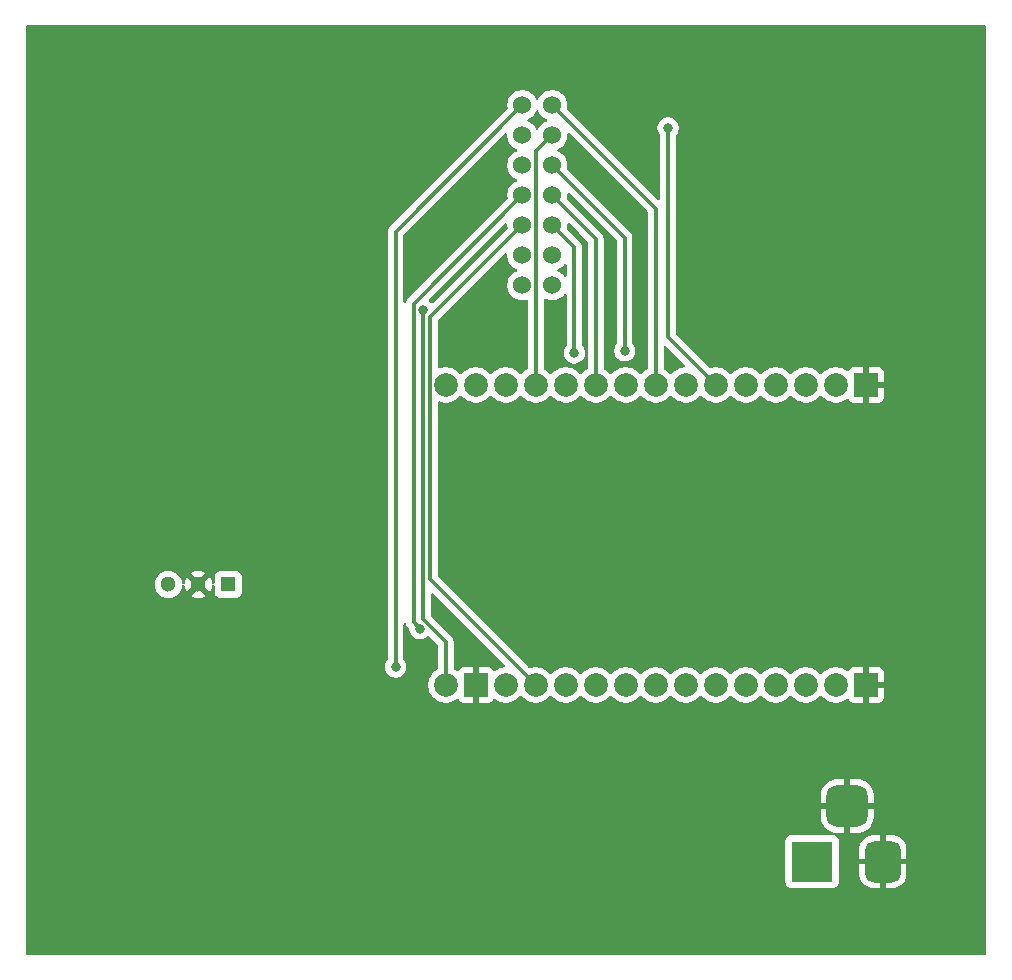
<source format=gbr>
%TF.GenerationSoftware,KiCad,Pcbnew,9.0.0-9.0.0-2~ubuntu24.04.1*%
%TF.CreationDate,2025-04-06T07:06:59+03:00*%
%TF.ProjectId,InterfaceBoard_Transciever3,496e7465-7266-4616-9365-426f6172645f,rev?*%
%TF.SameCoordinates,Original*%
%TF.FileFunction,Copper,L2,Bot*%
%TF.FilePolarity,Positive*%
%FSLAX46Y46*%
G04 Gerber Fmt 4.6, Leading zero omitted, Abs format (unit mm)*
G04 Created by KiCad (PCBNEW 9.0.0-9.0.0-2~ubuntu24.04.1) date 2025-04-06 07:06:59*
%MOMM*%
%LPD*%
G01*
G04 APERTURE LIST*
G04 Aperture macros list*
%AMRoundRect*
0 Rectangle with rounded corners*
0 $1 Rounding radius*
0 $2 $3 $4 $5 $6 $7 $8 $9 X,Y pos of 4 corners*
0 Add a 4 corners polygon primitive as box body*
4,1,4,$2,$3,$4,$5,$6,$7,$8,$9,$2,$3,0*
0 Add four circle primitives for the rounded corners*
1,1,$1+$1,$2,$3*
1,1,$1+$1,$4,$5*
1,1,$1+$1,$6,$7*
1,1,$1+$1,$8,$9*
0 Add four rect primitives between the rounded corners*
20,1,$1+$1,$2,$3,$4,$5,0*
20,1,$1+$1,$4,$5,$6,$7,0*
20,1,$1+$1,$6,$7,$8,$9,0*
20,1,$1+$1,$8,$9,$2,$3,0*%
G04 Aperture macros list end*
%TA.AperFunction,ComponentPad*%
%ADD10R,1.300000X1.300000*%
%TD*%
%TA.AperFunction,ComponentPad*%
%ADD11C,1.300000*%
%TD*%
%TA.AperFunction,ComponentPad*%
%ADD12C,1.524000*%
%TD*%
%TA.AperFunction,ComponentPad*%
%ADD13R,3.500000X3.500000*%
%TD*%
%TA.AperFunction,ComponentPad*%
%ADD14RoundRect,0.750000X0.750000X1.000000X-0.750000X1.000000X-0.750000X-1.000000X0.750000X-1.000000X0*%
%TD*%
%TA.AperFunction,ComponentPad*%
%ADD15RoundRect,0.875000X0.875000X0.875000X-0.875000X0.875000X-0.875000X-0.875000X0.875000X-0.875000X0*%
%TD*%
%TA.AperFunction,ComponentPad*%
%ADD16C,2.000000*%
%TD*%
%TA.AperFunction,ComponentPad*%
%ADD17R,2.000000X2.000000*%
%TD*%
%TA.AperFunction,ViaPad*%
%ADD18C,0.800000*%
%TD*%
%TA.AperFunction,ViaPad*%
%ADD19C,1.000000*%
%TD*%
%TA.AperFunction,Conductor*%
%ADD20C,0.300000*%
%TD*%
G04 APERTURE END LIST*
D10*
%TO.P,REGULATOR5V,1*%
%TO.N,5V*%
X133980000Y-103260000D03*
D11*
%TO.P,REGULATOR5V,2*%
%TO.N,GND*%
X131440000Y-103260000D03*
%TO.P,REGULATOR5V,3*%
%TO.N,3V3*%
X128900000Y-103260000D03*
%TD*%
D12*
%TO.P,LoRaType3,1*%
%TO.N,LSCK*%
X158860000Y-62680000D03*
%TO.P,LoRaType3,2*%
%TO.N,LMISO*%
X158860000Y-65220000D03*
%TO.P,LoRaType3,3*%
%TO.N,LMOSI*%
X158860000Y-67760000D03*
%TO.P,LoRaType3,4*%
%TO.N,LNSS*%
X158860000Y-70300000D03*
%TO.P,LoRaType3,5*%
%TO.N,LRST*%
X158860000Y-72840000D03*
%TO.P,LoRaType3,6*%
%TO.N,LGND*%
X158860000Y-75380000D03*
%TO.P,LoRaType3,7*%
%TO.N,L3V3*%
X158860000Y-77920000D03*
%TO.P,LoRaType3,8*%
%TO.N,L5V*%
X161400000Y-77920000D03*
%TO.P,LoRaType3,9*%
%TO.N,LGND*%
X161400000Y-75380000D03*
%TO.P,LoRaType3,10*%
%TO.N,DI3*%
X161400000Y-72840000D03*
%TO.P,LoRaType3,11*%
%TO.N,DI2*%
X161400000Y-70300000D03*
%TO.P,LoRaType3,12*%
%TO.N,DI1*%
X161400000Y-67760000D03*
%TO.P,LoRaType3,13*%
%TO.N,DI0*%
X161400000Y-65220000D03*
%TO.P,LoRaType3,14*%
%TO.N,DI4*%
X161400000Y-62680000D03*
%TD*%
D13*
%TO.P,BarrelJack_Horizontal,1*%
%TO.N,5VEXT*%
X183400000Y-126717500D03*
D14*
%TO.P,BarrelJack_Horizontal,2*%
%TO.N,GND*%
X189400000Y-126717500D03*
D15*
%TO.P,BarrelJack_Horizontal,3*%
X186400000Y-122017500D03*
%TD*%
D16*
%TO.P,ESP32C6,0*%
%TO.N,DI4*%
X170180000Y-86360000D03*
%TO.P,ESP32C6,1*%
%TO.N,DI3*%
X167640000Y-86360000D03*
%TO.P,ESP32C6,2*%
%TO.N,N/C*%
X185420000Y-111760000D03*
%TO.P,ESP32C6,3*%
X182880000Y-111760000D03*
%TO.P,ESP32C6,3V3*%
%TO.N,3V3_2*%
X185420000Y-86360000D03*
%TO.P,ESP32C6,4*%
%TO.N,LMOSI*%
X180340000Y-86360000D03*
%TO.P,ESP32C6,5*%
%TO.N,N/C*%
X177800000Y-86360000D03*
%TO.P,ESP32C6,5V*%
%TO.N,5V_2*%
X152400000Y-86360000D03*
%TO.N,5V*%
X152400000Y-111760000D03*
%TO.P,ESP32C6,6*%
%TO.N,LMISO*%
X175260000Y-86360000D03*
%TO.P,ESP32C6,7*%
%TO.N,N/C*%
X172720000Y-86360000D03*
%TO.P,ESP32C6,8*%
%TO.N,DI2*%
X165100000Y-86360000D03*
%TO.P,ESP32C6,9*%
%TO.N,N/C*%
X157480000Y-111760000D03*
%TO.P,ESP32C6,10*%
%TO.N,DI1*%
X162560000Y-86360000D03*
%TO.P,ESP32C6,11*%
%TO.N,DI0*%
X160020000Y-86360000D03*
%TO.P,ESP32C6,12*%
%TO.N,N/C*%
X157480000Y-86360000D03*
%TO.P,ESP32C6,13*%
X154940000Y-86360000D03*
%TO.P,ESP32C6,15*%
X175260000Y-111760000D03*
%TO.P,ESP32C6,18*%
%TO.N,LRST*%
X160020000Y-111760000D03*
%TO.P,ESP32C6,19*%
%TO.N,N/C*%
X162560000Y-111760000D03*
%TO.P,ESP32C6,20*%
%TO.N,LSCK*%
X165100000Y-111760000D03*
%TO.P,ESP32C6,21*%
%TO.N,N/C*%
X167640000Y-111760000D03*
%TO.P,ESP32C6,22*%
%TO.N,LNSS*%
X170180000Y-111760000D03*
%TO.P,ESP32C6,23*%
%TO.N,N/C*%
X172720000Y-111760000D03*
D17*
%TO.P,ESP32C6,GND*%
%TO.N,GND*%
X154940000Y-111760000D03*
X187960000Y-86360000D03*
X187960000Y-111760000D03*
D16*
%TO.P,ESP32C6,RST*%
%TO.N,N/C*%
X182880000Y-86360000D03*
%TO.P,ESP32C6,RX*%
X177800000Y-111760000D03*
%TO.P,ESP32C6,TX*%
X180340000Y-111760000D03*
%TD*%
D18*
%TO.N,5V*%
X150485800Y-80012600D03*
D19*
%TO.N,GND*%
X155000000Y-97000000D03*
X122000000Y-98000000D03*
X170000000Y-120000000D03*
X175500000Y-67500000D03*
X131000000Y-131000000D03*
X194000000Y-80000000D03*
X139000000Y-67000000D03*
X166000000Y-97500000D03*
X194500000Y-114500000D03*
X194500000Y-96500000D03*
X162500000Y-115500000D03*
X182500000Y-97500000D03*
X122000000Y-67000000D03*
X194000000Y-67500000D03*
X139500000Y-93500000D03*
X179000000Y-115500000D03*
X122000000Y-80000000D03*
X131000000Y-74500000D03*
X171000000Y-103500000D03*
X122500000Y-116000000D03*
X149000000Y-67000000D03*
X131000000Y-120000000D03*
X162000000Y-131000000D03*
X139500000Y-116500000D03*
X171000000Y-92000000D03*
D18*
%TO.N,DI1*%
X167545500Y-83474400D03*
%TO.N,DI3*%
X163278800Y-83651500D03*
%TO.N,LSCK*%
X148151500Y-110264900D03*
%TO.N,LMISO*%
X171213700Y-64595400D03*
%TO.N,LNSS*%
X150204600Y-106992700D03*
%TD*%
D20*
%TO.N,5V*%
X152400000Y-111760000D02*
X152400000Y-108125100D01*
X150485800Y-106211000D02*
X150485800Y-80012600D01*
X152400000Y-108125100D02*
X150485900Y-106211000D01*
X150485900Y-106211000D02*
X150485800Y-106211000D01*
%TO.N,DI4*%
X170180000Y-71460000D02*
X161400000Y-62680000D01*
X170180000Y-86360000D02*
X170180000Y-71460000D01*
%TO.N,DI0*%
X160020000Y-66600000D02*
X161400000Y-65220000D01*
X160020000Y-86360000D02*
X160020000Y-66600000D01*
%TO.N,DI1*%
X167545500Y-73905500D02*
X161400000Y-67760000D01*
X167545500Y-83474400D02*
X167545500Y-73905500D01*
%TO.N,DI2*%
X165100000Y-74000000D02*
X165100000Y-86360000D01*
X161400000Y-70300000D02*
X165100000Y-74000000D01*
%TO.N,DI3*%
X161400000Y-72840000D02*
X163278800Y-74718800D01*
X163278800Y-74718800D02*
X163278800Y-83651500D01*
%TO.N,LSCK*%
X148151500Y-110264900D02*
X148151500Y-73388500D01*
X148151500Y-73388500D02*
X158860000Y-62680000D01*
%TO.N,LMISO*%
X171213700Y-82313700D02*
X175260000Y-86360000D01*
X171213700Y-64595400D02*
X171213700Y-82313700D01*
%TO.N,LRST*%
X151048300Y-80651700D02*
X158860000Y-72840000D01*
X151048300Y-102788300D02*
X151048300Y-80651700D01*
X160020000Y-111760000D02*
X151048300Y-102788300D01*
%TO.N,LNSS*%
X149679000Y-106467100D02*
X149679000Y-79481000D01*
X150204600Y-106992700D02*
X149679000Y-106467100D01*
X149679000Y-79481000D02*
X158860000Y-70300000D01*
%TD*%
%TA.AperFunction,Conductor*%
%TO.N,GND*%
G36*
X151341503Y-104001895D02*
G01*
X151347981Y-104007927D01*
X157394976Y-110054922D01*
X157428461Y-110116245D01*
X157423477Y-110185937D01*
X157381605Y-110241870D01*
X157326694Y-110265076D01*
X157128630Y-110296447D01*
X156904003Y-110369433D01*
X156693566Y-110476657D01*
X156569422Y-110566854D01*
X156503615Y-110590334D01*
X156435561Y-110574509D01*
X156387942Y-110525510D01*
X156387604Y-110525696D01*
X156386938Y-110524478D01*
X156386866Y-110524403D01*
X156386719Y-110524076D01*
X156383350Y-110517906D01*
X156297190Y-110402812D01*
X156297187Y-110402809D01*
X156182093Y-110316649D01*
X156182086Y-110316645D01*
X156047379Y-110266403D01*
X156047372Y-110266401D01*
X155987844Y-110260000D01*
X155190000Y-110260000D01*
X155190000Y-111326988D01*
X155132993Y-111294075D01*
X155005826Y-111260000D01*
X154874174Y-111260000D01*
X154747007Y-111294075D01*
X154690000Y-111326988D01*
X154690000Y-110260000D01*
X153892155Y-110260000D01*
X153832627Y-110266401D01*
X153832620Y-110266403D01*
X153697913Y-110316645D01*
X153697906Y-110316649D01*
X153582812Y-110402809D01*
X153582809Y-110402812D01*
X153496649Y-110517906D01*
X153492396Y-110525696D01*
X153489184Y-110523942D01*
X153486186Y-110527918D01*
X153476946Y-110548003D01*
X153465565Y-110555271D01*
X153457435Y-110566056D01*
X153436691Y-110573712D01*
X153418061Y-110585611D01*
X153404557Y-110585572D01*
X153391888Y-110590249D01*
X153370302Y-110585476D01*
X153348192Y-110585414D01*
X153330469Y-110576669D01*
X153323666Y-110575165D01*
X153316129Y-110570661D01*
X153313300Y-110568831D01*
X153186433Y-110476657D01*
X153112533Y-110439002D01*
X153107166Y-110435532D01*
X153088358Y-110413703D01*
X153067408Y-110393916D01*
X153065622Y-110387313D01*
X153061560Y-110382599D01*
X153058530Y-110361096D01*
X153050500Y-110331407D01*
X153050500Y-108061028D01*
X153025502Y-107935361D01*
X153025501Y-107935360D01*
X153025501Y-107935356D01*
X152976465Y-107816973D01*
X152976464Y-107816972D01*
X152976461Y-107816966D01*
X152905277Y-107710432D01*
X152887006Y-107692161D01*
X152814669Y-107619824D01*
X151172619Y-105977773D01*
X151139134Y-105916450D01*
X151136300Y-105890092D01*
X151136300Y-104095608D01*
X151155985Y-104028569D01*
X151208789Y-103982814D01*
X151277947Y-103972870D01*
X151341503Y-104001895D01*
G37*
%TD.AperFunction*%
%TA.AperFunction,Conductor*%
G36*
X198063039Y-55899685D02*
G01*
X198108794Y-55952489D01*
X198120000Y-56004000D01*
X198120000Y-134496000D01*
X198100315Y-134563039D01*
X198047511Y-134608794D01*
X197996000Y-134620000D01*
X116964000Y-134620000D01*
X116896961Y-134600315D01*
X116851206Y-134547511D01*
X116840000Y-134496000D01*
X116840000Y-124919635D01*
X181149500Y-124919635D01*
X181149500Y-128515370D01*
X181149501Y-128515376D01*
X181155908Y-128574983D01*
X181206202Y-128709828D01*
X181206206Y-128709835D01*
X181292452Y-128825044D01*
X181292455Y-128825047D01*
X181407664Y-128911293D01*
X181407671Y-128911297D01*
X181542517Y-128961591D01*
X181542516Y-128961591D01*
X181549444Y-128962335D01*
X181602127Y-128968000D01*
X185197872Y-128967999D01*
X185257483Y-128961591D01*
X185392331Y-128911296D01*
X185507546Y-128825046D01*
X185593796Y-128709831D01*
X185644091Y-128574983D01*
X185650500Y-128515373D01*
X185650499Y-125653303D01*
X187400000Y-125653303D01*
X187400000Y-126467500D01*
X188900000Y-126467500D01*
X188900000Y-126967500D01*
X187400001Y-126967500D01*
X187400001Y-127781697D01*
X187410400Y-127913832D01*
X187465377Y-128132019D01*
X187558428Y-128336874D01*
X187558431Y-128336880D01*
X187686559Y-128521823D01*
X187686569Y-128521835D01*
X187845664Y-128680930D01*
X187845676Y-128680940D01*
X188030619Y-128809068D01*
X188030625Y-128809071D01*
X188235480Y-128902122D01*
X188453667Y-128957099D01*
X188585810Y-128967499D01*
X189149999Y-128967499D01*
X189150000Y-128967498D01*
X189150000Y-128150512D01*
X189207007Y-128183425D01*
X189334174Y-128217500D01*
X189465826Y-128217500D01*
X189592993Y-128183425D01*
X189650000Y-128150512D01*
X189650000Y-128967499D01*
X190214182Y-128967499D01*
X190214197Y-128967498D01*
X190346332Y-128957099D01*
X190564519Y-128902122D01*
X190769374Y-128809071D01*
X190769380Y-128809068D01*
X190954323Y-128680940D01*
X190954335Y-128680930D01*
X191113430Y-128521835D01*
X191113440Y-128521823D01*
X191241568Y-128336880D01*
X191241571Y-128336874D01*
X191334622Y-128132019D01*
X191389599Y-127913832D01*
X191399999Y-127781696D01*
X191400000Y-127781684D01*
X191400000Y-126967500D01*
X189900000Y-126967500D01*
X189900000Y-126467500D01*
X191399999Y-126467500D01*
X191399999Y-125653317D01*
X191399998Y-125653302D01*
X191389599Y-125521167D01*
X191334622Y-125302980D01*
X191241571Y-125098125D01*
X191241568Y-125098119D01*
X191113440Y-124913176D01*
X191113430Y-124913164D01*
X190954335Y-124754069D01*
X190954323Y-124754059D01*
X190769380Y-124625931D01*
X190769374Y-124625928D01*
X190564519Y-124532877D01*
X190346332Y-124477900D01*
X190214196Y-124467500D01*
X189650000Y-124467500D01*
X189650000Y-125284488D01*
X189592993Y-125251575D01*
X189465826Y-125217500D01*
X189334174Y-125217500D01*
X189207007Y-125251575D01*
X189150000Y-125284488D01*
X189150000Y-124467500D01*
X188585817Y-124467500D01*
X188585802Y-124467501D01*
X188453667Y-124477900D01*
X188235480Y-124532877D01*
X188030625Y-124625928D01*
X188030619Y-124625931D01*
X187845676Y-124754059D01*
X187845664Y-124754069D01*
X187686569Y-124913164D01*
X187686559Y-124913176D01*
X187558431Y-125098119D01*
X187558428Y-125098125D01*
X187465377Y-125302980D01*
X187410400Y-125521167D01*
X187400000Y-125653303D01*
X185650499Y-125653303D01*
X185650499Y-124919628D01*
X185644091Y-124860017D01*
X185604571Y-124754059D01*
X185593797Y-124725171D01*
X185593793Y-124725164D01*
X185507547Y-124609955D01*
X185507544Y-124609952D01*
X185392335Y-124523706D01*
X185392328Y-124523702D01*
X185343492Y-124505488D01*
X185287558Y-124463617D01*
X185263141Y-124398153D01*
X185277992Y-124329880D01*
X185327397Y-124280474D01*
X185393404Y-124265481D01*
X185431382Y-124267498D01*
X185431421Y-124267499D01*
X186149999Y-124267499D01*
X186150000Y-124267498D01*
X186150000Y-122517500D01*
X186650000Y-122517500D01*
X186650000Y-124267499D01*
X187368576Y-124267499D01*
X187368588Y-124267498D01*
X187421191Y-124264705D01*
X187650987Y-124220262D01*
X187869975Y-124137620D01*
X188071841Y-124019160D01*
X188071848Y-124019155D01*
X188250786Y-123868288D01*
X188250788Y-123868286D01*
X188401655Y-123689348D01*
X188401660Y-123689341D01*
X188520120Y-123487475D01*
X188602762Y-123268487D01*
X188647205Y-123038691D01*
X188647205Y-123038690D01*
X188649998Y-122986117D01*
X188650000Y-122986078D01*
X188650000Y-122267500D01*
X187833012Y-122267500D01*
X187865925Y-122210493D01*
X187900000Y-122083326D01*
X187900000Y-121951674D01*
X187865925Y-121824507D01*
X187833012Y-121767500D01*
X188649999Y-121767500D01*
X188649999Y-121048923D01*
X188649998Y-121048911D01*
X188647205Y-120996308D01*
X188602762Y-120766512D01*
X188520120Y-120547524D01*
X188401660Y-120345658D01*
X188401655Y-120345651D01*
X188250788Y-120166713D01*
X188250786Y-120166711D01*
X188071848Y-120015844D01*
X188071841Y-120015839D01*
X187869975Y-119897379D01*
X187650987Y-119814737D01*
X187421190Y-119770294D01*
X187368617Y-119767501D01*
X187368579Y-119767500D01*
X186650000Y-119767500D01*
X186650000Y-121517500D01*
X186150000Y-121517500D01*
X186150000Y-119767500D01*
X185431423Y-119767500D01*
X185431411Y-119767501D01*
X185378808Y-119770294D01*
X185149012Y-119814737D01*
X184930024Y-119897379D01*
X184728158Y-120015839D01*
X184728151Y-120015844D01*
X184549213Y-120166711D01*
X184549211Y-120166713D01*
X184398344Y-120345651D01*
X184398339Y-120345658D01*
X184279879Y-120547524D01*
X184197237Y-120766512D01*
X184152794Y-120996308D01*
X184152794Y-120996309D01*
X184150001Y-121048882D01*
X184150000Y-121048921D01*
X184150000Y-121767500D01*
X184966988Y-121767500D01*
X184934075Y-121824507D01*
X184900000Y-121951674D01*
X184900000Y-122083326D01*
X184934075Y-122210493D01*
X184966988Y-122267500D01*
X184150001Y-122267500D01*
X184150001Y-122986088D01*
X184152794Y-123038691D01*
X184197237Y-123268487D01*
X184279879Y-123487475D01*
X184398339Y-123689341D01*
X184398344Y-123689348D01*
X184549211Y-123868286D01*
X184549213Y-123868288D01*
X184728151Y-124019155D01*
X184728158Y-124019160D01*
X184930024Y-124137620D01*
X185149012Y-124220262D01*
X185154150Y-124221256D01*
X185216232Y-124253312D01*
X185251127Y-124313844D01*
X185247758Y-124383632D01*
X185207193Y-124440520D01*
X185142311Y-124466446D01*
X185130604Y-124467000D01*
X181602129Y-124467000D01*
X181602123Y-124467001D01*
X181542516Y-124473408D01*
X181407671Y-124523702D01*
X181407664Y-124523706D01*
X181292455Y-124609952D01*
X181292452Y-124609955D01*
X181206206Y-124725164D01*
X181206202Y-124725171D01*
X181155908Y-124860017D01*
X181149501Y-124919616D01*
X181149501Y-124919623D01*
X181149500Y-124919635D01*
X116840000Y-124919635D01*
X116840000Y-110176204D01*
X147251000Y-110176204D01*
X147251000Y-110353595D01*
X147285603Y-110527558D01*
X147285606Y-110527567D01*
X147353483Y-110691440D01*
X147353490Y-110691453D01*
X147452035Y-110838934D01*
X147452038Y-110838938D01*
X147577461Y-110964361D01*
X147577465Y-110964364D01*
X147724946Y-111062909D01*
X147724959Y-111062916D01*
X147847863Y-111113823D01*
X147888834Y-111130794D01*
X147888836Y-111130794D01*
X147888841Y-111130796D01*
X148062804Y-111165399D01*
X148062807Y-111165400D01*
X148062809Y-111165400D01*
X148240193Y-111165400D01*
X148240194Y-111165399D01*
X148298182Y-111153864D01*
X148414158Y-111130796D01*
X148414161Y-111130794D01*
X148414166Y-111130794D01*
X148578047Y-111062913D01*
X148725535Y-110964364D01*
X148850964Y-110838935D01*
X148949513Y-110691447D01*
X149017394Y-110527566D01*
X149018009Y-110524478D01*
X149051999Y-110353595D01*
X149052000Y-110353593D01*
X149052000Y-110176206D01*
X149051999Y-110176204D01*
X149017396Y-110002241D01*
X149017393Y-110002232D01*
X148949516Y-109838359D01*
X148949509Y-109838346D01*
X148850964Y-109690865D01*
X148850961Y-109690861D01*
X148838319Y-109678219D01*
X148804834Y-109616896D01*
X148802000Y-109590538D01*
X148802000Y-106651465D01*
X148821685Y-106584426D01*
X148874489Y-106538671D01*
X148943647Y-106528727D01*
X149007203Y-106557752D01*
X149044977Y-106616530D01*
X149047614Y-106627260D01*
X149053499Y-106656844D01*
X149102535Y-106775227D01*
X149173723Y-106881769D01*
X149267782Y-106975828D01*
X149301266Y-107037149D01*
X149304100Y-107063508D01*
X149304100Y-107081395D01*
X149338703Y-107255358D01*
X149338706Y-107255367D01*
X149406583Y-107419240D01*
X149406590Y-107419253D01*
X149505135Y-107566734D01*
X149505138Y-107566738D01*
X149630561Y-107692161D01*
X149630565Y-107692164D01*
X149778046Y-107790709D01*
X149778059Y-107790716D01*
X149900963Y-107841623D01*
X149941934Y-107858594D01*
X149941936Y-107858594D01*
X149941941Y-107858596D01*
X150115904Y-107893199D01*
X150115907Y-107893200D01*
X150115909Y-107893200D01*
X150293293Y-107893200D01*
X150293294Y-107893199D01*
X150351282Y-107881664D01*
X150467258Y-107858596D01*
X150467261Y-107858594D01*
X150467266Y-107858594D01*
X150631147Y-107790713D01*
X150778635Y-107692164D01*
X150825197Y-107645601D01*
X150886516Y-107612118D01*
X150956207Y-107617101D01*
X151000557Y-107645603D01*
X151713181Y-108358226D01*
X151746666Y-108419549D01*
X151749500Y-108445907D01*
X151749500Y-110331407D01*
X151729815Y-110398446D01*
X151681796Y-110441891D01*
X151613569Y-110476655D01*
X151518028Y-110546070D01*
X151422490Y-110615483D01*
X151422488Y-110615485D01*
X151422487Y-110615485D01*
X151255485Y-110782487D01*
X151255485Y-110782488D01*
X151255483Y-110782490D01*
X151214474Y-110838934D01*
X151116657Y-110973566D01*
X151009433Y-111184003D01*
X150936446Y-111408631D01*
X150899500Y-111641902D01*
X150899500Y-111878097D01*
X150936446Y-112111368D01*
X151009433Y-112335996D01*
X151116657Y-112546433D01*
X151255483Y-112737510D01*
X151422490Y-112904517D01*
X151613567Y-113043343D01*
X151712991Y-113094002D01*
X151824003Y-113150566D01*
X151824005Y-113150566D01*
X151824008Y-113150568D01*
X151944412Y-113189689D01*
X152048631Y-113223553D01*
X152281903Y-113260500D01*
X152281908Y-113260500D01*
X152518097Y-113260500D01*
X152751368Y-113223553D01*
X152975992Y-113150568D01*
X153186433Y-113043343D01*
X153310579Y-112953145D01*
X153376383Y-112929665D01*
X153444437Y-112945490D01*
X153492057Y-112994489D01*
X153492396Y-112994304D01*
X153493061Y-112995522D01*
X153493132Y-112995595D01*
X153493276Y-112995916D01*
X153496649Y-113002093D01*
X153582809Y-113117187D01*
X153582812Y-113117190D01*
X153697906Y-113203350D01*
X153697913Y-113203354D01*
X153832620Y-113253596D01*
X153832627Y-113253598D01*
X153892155Y-113259999D01*
X153892172Y-113260000D01*
X154690000Y-113260000D01*
X154690000Y-112193012D01*
X154747007Y-112225925D01*
X154874174Y-112260000D01*
X155005826Y-112260000D01*
X155132993Y-112225925D01*
X155190000Y-112193012D01*
X155190000Y-113260000D01*
X155987828Y-113260000D01*
X155987844Y-113259999D01*
X156047372Y-113253598D01*
X156047379Y-113253596D01*
X156182086Y-113203354D01*
X156182093Y-113203350D01*
X156297187Y-113117190D01*
X156297190Y-113117187D01*
X156383350Y-113002093D01*
X156387604Y-112994304D01*
X156390883Y-112996094D01*
X156422118Y-112954276D01*
X156487556Y-112929789D01*
X156555845Y-112944566D01*
X156569410Y-112953137D01*
X156693567Y-113043343D01*
X156792991Y-113094002D01*
X156904003Y-113150566D01*
X156904005Y-113150566D01*
X156904008Y-113150568D01*
X157024412Y-113189689D01*
X157128631Y-113223553D01*
X157361903Y-113260500D01*
X157361908Y-113260500D01*
X157598097Y-113260500D01*
X157831368Y-113223553D01*
X158055992Y-113150568D01*
X158266433Y-113043343D01*
X158457510Y-112904517D01*
X158624517Y-112737510D01*
X158649682Y-112702872D01*
X158705011Y-112660207D01*
X158774625Y-112654228D01*
X158836420Y-112686833D01*
X158850315Y-112702870D01*
X158875483Y-112737510D01*
X159042490Y-112904517D01*
X159233567Y-113043343D01*
X159332991Y-113094002D01*
X159444003Y-113150566D01*
X159444005Y-113150566D01*
X159444008Y-113150568D01*
X159564412Y-113189689D01*
X159668631Y-113223553D01*
X159901903Y-113260500D01*
X159901908Y-113260500D01*
X160138097Y-113260500D01*
X160371368Y-113223553D01*
X160595992Y-113150568D01*
X160806433Y-113043343D01*
X160997510Y-112904517D01*
X161164517Y-112737510D01*
X161189682Y-112702872D01*
X161245011Y-112660207D01*
X161314625Y-112654228D01*
X161376420Y-112686833D01*
X161390315Y-112702870D01*
X161415483Y-112737510D01*
X161582490Y-112904517D01*
X161773567Y-113043343D01*
X161872991Y-113094002D01*
X161984003Y-113150566D01*
X161984005Y-113150566D01*
X161984008Y-113150568D01*
X162104412Y-113189689D01*
X162208631Y-113223553D01*
X162441903Y-113260500D01*
X162441908Y-113260500D01*
X162678097Y-113260500D01*
X162911368Y-113223553D01*
X163135992Y-113150568D01*
X163346433Y-113043343D01*
X163537510Y-112904517D01*
X163704517Y-112737510D01*
X163729682Y-112702872D01*
X163785011Y-112660207D01*
X163854625Y-112654228D01*
X163916420Y-112686833D01*
X163930315Y-112702870D01*
X163955483Y-112737510D01*
X164122490Y-112904517D01*
X164313567Y-113043343D01*
X164412991Y-113094002D01*
X164524003Y-113150566D01*
X164524005Y-113150566D01*
X164524008Y-113150568D01*
X164644412Y-113189689D01*
X164748631Y-113223553D01*
X164981903Y-113260500D01*
X164981908Y-113260500D01*
X165218097Y-113260500D01*
X165451368Y-113223553D01*
X165675992Y-113150568D01*
X165886433Y-113043343D01*
X166077510Y-112904517D01*
X166244517Y-112737510D01*
X166269682Y-112702872D01*
X166325011Y-112660207D01*
X166394625Y-112654228D01*
X166456420Y-112686833D01*
X166470315Y-112702870D01*
X166495483Y-112737510D01*
X166662490Y-112904517D01*
X166853567Y-113043343D01*
X166952991Y-113094002D01*
X167064003Y-113150566D01*
X167064005Y-113150566D01*
X167064008Y-113150568D01*
X167184412Y-113189689D01*
X167288631Y-113223553D01*
X167521903Y-113260500D01*
X167521908Y-113260500D01*
X167758097Y-113260500D01*
X167991368Y-113223553D01*
X168215992Y-113150568D01*
X168426433Y-113043343D01*
X168617510Y-112904517D01*
X168784517Y-112737510D01*
X168809682Y-112702872D01*
X168865011Y-112660207D01*
X168934625Y-112654228D01*
X168996420Y-112686833D01*
X169010315Y-112702870D01*
X169035483Y-112737510D01*
X169202490Y-112904517D01*
X169393567Y-113043343D01*
X169492991Y-113094002D01*
X169604003Y-113150566D01*
X169604005Y-113150566D01*
X169604008Y-113150568D01*
X169724412Y-113189689D01*
X169828631Y-113223553D01*
X170061903Y-113260500D01*
X170061908Y-113260500D01*
X170298097Y-113260500D01*
X170531368Y-113223553D01*
X170755992Y-113150568D01*
X170966433Y-113043343D01*
X171157510Y-112904517D01*
X171324517Y-112737510D01*
X171349682Y-112702872D01*
X171405011Y-112660207D01*
X171474625Y-112654228D01*
X171536420Y-112686833D01*
X171550315Y-112702870D01*
X171575483Y-112737510D01*
X171742490Y-112904517D01*
X171933567Y-113043343D01*
X172032991Y-113094002D01*
X172144003Y-113150566D01*
X172144005Y-113150566D01*
X172144008Y-113150568D01*
X172264412Y-113189689D01*
X172368631Y-113223553D01*
X172601903Y-113260500D01*
X172601908Y-113260500D01*
X172838097Y-113260500D01*
X173071368Y-113223553D01*
X173295992Y-113150568D01*
X173506433Y-113043343D01*
X173697510Y-112904517D01*
X173864517Y-112737510D01*
X173889682Y-112702872D01*
X173945011Y-112660207D01*
X174014625Y-112654228D01*
X174076420Y-112686833D01*
X174090315Y-112702870D01*
X174115483Y-112737510D01*
X174282490Y-112904517D01*
X174473567Y-113043343D01*
X174572991Y-113094002D01*
X174684003Y-113150566D01*
X174684005Y-113150566D01*
X174684008Y-113150568D01*
X174804412Y-113189689D01*
X174908631Y-113223553D01*
X175141903Y-113260500D01*
X175141908Y-113260500D01*
X175378097Y-113260500D01*
X175611368Y-113223553D01*
X175835992Y-113150568D01*
X176046433Y-113043343D01*
X176237510Y-112904517D01*
X176404517Y-112737510D01*
X176429682Y-112702872D01*
X176485011Y-112660207D01*
X176554625Y-112654228D01*
X176616420Y-112686833D01*
X176630315Y-112702870D01*
X176655483Y-112737510D01*
X176822490Y-112904517D01*
X177013567Y-113043343D01*
X177112991Y-113094002D01*
X177224003Y-113150566D01*
X177224005Y-113150566D01*
X177224008Y-113150568D01*
X177344412Y-113189689D01*
X177448631Y-113223553D01*
X177681903Y-113260500D01*
X177681908Y-113260500D01*
X177918097Y-113260500D01*
X178151368Y-113223553D01*
X178375992Y-113150568D01*
X178586433Y-113043343D01*
X178777510Y-112904517D01*
X178944517Y-112737510D01*
X178969682Y-112702872D01*
X179025011Y-112660207D01*
X179094625Y-112654228D01*
X179156420Y-112686833D01*
X179170315Y-112702870D01*
X179195483Y-112737510D01*
X179362490Y-112904517D01*
X179553567Y-113043343D01*
X179652991Y-113094002D01*
X179764003Y-113150566D01*
X179764005Y-113150566D01*
X179764008Y-113150568D01*
X179884412Y-113189689D01*
X179988631Y-113223553D01*
X180221903Y-113260500D01*
X180221908Y-113260500D01*
X180458097Y-113260500D01*
X180691368Y-113223553D01*
X180915992Y-113150568D01*
X181126433Y-113043343D01*
X181317510Y-112904517D01*
X181484517Y-112737510D01*
X181509682Y-112702872D01*
X181565011Y-112660207D01*
X181634625Y-112654228D01*
X181696420Y-112686833D01*
X181710315Y-112702870D01*
X181735483Y-112737510D01*
X181902490Y-112904517D01*
X182093567Y-113043343D01*
X182192991Y-113094002D01*
X182304003Y-113150566D01*
X182304005Y-113150566D01*
X182304008Y-113150568D01*
X182424412Y-113189689D01*
X182528631Y-113223553D01*
X182761903Y-113260500D01*
X182761908Y-113260500D01*
X182998097Y-113260500D01*
X183231368Y-113223553D01*
X183455992Y-113150568D01*
X183666433Y-113043343D01*
X183857510Y-112904517D01*
X184024517Y-112737510D01*
X184049682Y-112702872D01*
X184105011Y-112660207D01*
X184174625Y-112654228D01*
X184236420Y-112686833D01*
X184250315Y-112702870D01*
X184275483Y-112737510D01*
X184442490Y-112904517D01*
X184633567Y-113043343D01*
X184732991Y-113094002D01*
X184844003Y-113150566D01*
X184844005Y-113150566D01*
X184844008Y-113150568D01*
X184964412Y-113189689D01*
X185068631Y-113223553D01*
X185301903Y-113260500D01*
X185301908Y-113260500D01*
X185538097Y-113260500D01*
X185771368Y-113223553D01*
X185995992Y-113150568D01*
X186206433Y-113043343D01*
X186330579Y-112953145D01*
X186396383Y-112929665D01*
X186464437Y-112945490D01*
X186512057Y-112994489D01*
X186512396Y-112994304D01*
X186513061Y-112995522D01*
X186513132Y-112995595D01*
X186513276Y-112995916D01*
X186516649Y-113002093D01*
X186602809Y-113117187D01*
X186602812Y-113117190D01*
X186717906Y-113203350D01*
X186717913Y-113203354D01*
X186852620Y-113253596D01*
X186852627Y-113253598D01*
X186912155Y-113259999D01*
X186912172Y-113260000D01*
X187710000Y-113260000D01*
X187710000Y-112193012D01*
X187767007Y-112225925D01*
X187894174Y-112260000D01*
X188025826Y-112260000D01*
X188152993Y-112225925D01*
X188210000Y-112193012D01*
X188210000Y-113260000D01*
X189007828Y-113260000D01*
X189007844Y-113259999D01*
X189067372Y-113253598D01*
X189067379Y-113253596D01*
X189202086Y-113203354D01*
X189202093Y-113203350D01*
X189317187Y-113117190D01*
X189317190Y-113117187D01*
X189403350Y-113002093D01*
X189403354Y-113002086D01*
X189453596Y-112867379D01*
X189453598Y-112867372D01*
X189459999Y-112807844D01*
X189460000Y-112807827D01*
X189460000Y-112010000D01*
X188393012Y-112010000D01*
X188425925Y-111952993D01*
X188460000Y-111825826D01*
X188460000Y-111694174D01*
X188425925Y-111567007D01*
X188393012Y-111510000D01*
X189460000Y-111510000D01*
X189460000Y-110712172D01*
X189459999Y-110712155D01*
X189453598Y-110652627D01*
X189453596Y-110652620D01*
X189403354Y-110517913D01*
X189403350Y-110517906D01*
X189317190Y-110402812D01*
X189317187Y-110402809D01*
X189202093Y-110316649D01*
X189202086Y-110316645D01*
X189067379Y-110266403D01*
X189067372Y-110266401D01*
X189007844Y-110260000D01*
X188210000Y-110260000D01*
X188210000Y-111326988D01*
X188152993Y-111294075D01*
X188025826Y-111260000D01*
X187894174Y-111260000D01*
X187767007Y-111294075D01*
X187710000Y-111326988D01*
X187710000Y-110260000D01*
X186912155Y-110260000D01*
X186852627Y-110266401D01*
X186852620Y-110266403D01*
X186717913Y-110316645D01*
X186717906Y-110316649D01*
X186602812Y-110402809D01*
X186602809Y-110402812D01*
X186516649Y-110517906D01*
X186512396Y-110525696D01*
X186509184Y-110523942D01*
X186477435Y-110566056D01*
X186411888Y-110590249D01*
X186343666Y-110575165D01*
X186330585Y-110566859D01*
X186206433Y-110476657D01*
X186206429Y-110476655D01*
X185995996Y-110369433D01*
X185771368Y-110296446D01*
X185538097Y-110259500D01*
X185538092Y-110259500D01*
X185301908Y-110259500D01*
X185301903Y-110259500D01*
X185068631Y-110296446D01*
X184844003Y-110369433D01*
X184633566Y-110476657D01*
X184535368Y-110548003D01*
X184442490Y-110615483D01*
X184442488Y-110615485D01*
X184442487Y-110615485D01*
X184275484Y-110782488D01*
X184250318Y-110817127D01*
X184194987Y-110859792D01*
X184125374Y-110865771D01*
X184063579Y-110833165D01*
X184049682Y-110817127D01*
X184024517Y-110782490D01*
X183857510Y-110615483D01*
X183666433Y-110476657D01*
X183666429Y-110476655D01*
X183455996Y-110369433D01*
X183231368Y-110296446D01*
X182998097Y-110259500D01*
X182998092Y-110259500D01*
X182761908Y-110259500D01*
X182761903Y-110259500D01*
X182528631Y-110296446D01*
X182304003Y-110369433D01*
X182093566Y-110476657D01*
X181995368Y-110548003D01*
X181902490Y-110615483D01*
X181902488Y-110615485D01*
X181902487Y-110615485D01*
X181735484Y-110782488D01*
X181710318Y-110817127D01*
X181654987Y-110859792D01*
X181585374Y-110865771D01*
X181523579Y-110833165D01*
X181509682Y-110817127D01*
X181484517Y-110782490D01*
X181317510Y-110615483D01*
X181126433Y-110476657D01*
X181126429Y-110476655D01*
X180915996Y-110369433D01*
X180691368Y-110296446D01*
X180458097Y-110259500D01*
X180458092Y-110259500D01*
X180221908Y-110259500D01*
X180221903Y-110259500D01*
X179988631Y-110296446D01*
X179764003Y-110369433D01*
X179553566Y-110476657D01*
X179455368Y-110548003D01*
X179362490Y-110615483D01*
X179362488Y-110615485D01*
X179362487Y-110615485D01*
X179195484Y-110782488D01*
X179170318Y-110817127D01*
X179114987Y-110859792D01*
X179045374Y-110865771D01*
X178983579Y-110833165D01*
X178969682Y-110817127D01*
X178944517Y-110782490D01*
X178777510Y-110615483D01*
X178586433Y-110476657D01*
X178586429Y-110476655D01*
X178375996Y-110369433D01*
X178151368Y-110296446D01*
X177918097Y-110259500D01*
X177918092Y-110259500D01*
X177681908Y-110259500D01*
X177681903Y-110259500D01*
X177448631Y-110296446D01*
X177224003Y-110369433D01*
X177013566Y-110476657D01*
X176915368Y-110548003D01*
X176822490Y-110615483D01*
X176822488Y-110615485D01*
X176822487Y-110615485D01*
X176655484Y-110782488D01*
X176630318Y-110817127D01*
X176574987Y-110859792D01*
X176505374Y-110865771D01*
X176443579Y-110833165D01*
X176429682Y-110817127D01*
X176404517Y-110782490D01*
X176237510Y-110615483D01*
X176046433Y-110476657D01*
X176046429Y-110476655D01*
X175835996Y-110369433D01*
X175611368Y-110296446D01*
X175378097Y-110259500D01*
X175378092Y-110259500D01*
X175141908Y-110259500D01*
X175141903Y-110259500D01*
X174908631Y-110296446D01*
X174684003Y-110369433D01*
X174473566Y-110476657D01*
X174375368Y-110548003D01*
X174282490Y-110615483D01*
X174282488Y-110615485D01*
X174282487Y-110615485D01*
X174115484Y-110782488D01*
X174090318Y-110817127D01*
X174034987Y-110859792D01*
X173965374Y-110865771D01*
X173903579Y-110833165D01*
X173889682Y-110817127D01*
X173864517Y-110782490D01*
X173697510Y-110615483D01*
X173506433Y-110476657D01*
X173506429Y-110476655D01*
X173295996Y-110369433D01*
X173071368Y-110296446D01*
X172838097Y-110259500D01*
X172838092Y-110259500D01*
X172601908Y-110259500D01*
X172601903Y-110259500D01*
X172368631Y-110296446D01*
X172144003Y-110369433D01*
X171933566Y-110476657D01*
X171835368Y-110548003D01*
X171742490Y-110615483D01*
X171742488Y-110615485D01*
X171742487Y-110615485D01*
X171575484Y-110782488D01*
X171550318Y-110817127D01*
X171494987Y-110859792D01*
X171425374Y-110865771D01*
X171363579Y-110833165D01*
X171349682Y-110817127D01*
X171324517Y-110782490D01*
X171157510Y-110615483D01*
X170966433Y-110476657D01*
X170966429Y-110476655D01*
X170755996Y-110369433D01*
X170531368Y-110296446D01*
X170298097Y-110259500D01*
X170298092Y-110259500D01*
X170061908Y-110259500D01*
X170061903Y-110259500D01*
X169828631Y-110296446D01*
X169604003Y-110369433D01*
X169393566Y-110476657D01*
X169295368Y-110548003D01*
X169202490Y-110615483D01*
X169202488Y-110615485D01*
X169202487Y-110615485D01*
X169035484Y-110782488D01*
X169010318Y-110817127D01*
X168954987Y-110859792D01*
X168885374Y-110865771D01*
X168823579Y-110833165D01*
X168809682Y-110817127D01*
X168784517Y-110782490D01*
X168617510Y-110615483D01*
X168426433Y-110476657D01*
X168426429Y-110476655D01*
X168215996Y-110369433D01*
X167991368Y-110296446D01*
X167758097Y-110259500D01*
X167758092Y-110259500D01*
X167521908Y-110259500D01*
X167521903Y-110259500D01*
X167288631Y-110296446D01*
X167064003Y-110369433D01*
X166853566Y-110476657D01*
X166755368Y-110548003D01*
X166662490Y-110615483D01*
X166662488Y-110615485D01*
X166662487Y-110615485D01*
X166495484Y-110782488D01*
X166470318Y-110817127D01*
X166414987Y-110859792D01*
X166345374Y-110865771D01*
X166283579Y-110833165D01*
X166269682Y-110817127D01*
X166244517Y-110782490D01*
X166077510Y-110615483D01*
X165886433Y-110476657D01*
X165886429Y-110476655D01*
X165675996Y-110369433D01*
X165451368Y-110296446D01*
X165218097Y-110259500D01*
X165218092Y-110259500D01*
X164981908Y-110259500D01*
X164981903Y-110259500D01*
X164748631Y-110296446D01*
X164524003Y-110369433D01*
X164313566Y-110476657D01*
X164215368Y-110548003D01*
X164122490Y-110615483D01*
X164122488Y-110615485D01*
X164122487Y-110615485D01*
X163955484Y-110782488D01*
X163930318Y-110817127D01*
X163874987Y-110859792D01*
X163805374Y-110865771D01*
X163743579Y-110833165D01*
X163729682Y-110817127D01*
X163704517Y-110782490D01*
X163537510Y-110615483D01*
X163346433Y-110476657D01*
X163346429Y-110476655D01*
X163135996Y-110369433D01*
X162911368Y-110296446D01*
X162678097Y-110259500D01*
X162678092Y-110259500D01*
X162441908Y-110259500D01*
X162441903Y-110259500D01*
X162208631Y-110296446D01*
X161984003Y-110369433D01*
X161773566Y-110476657D01*
X161675368Y-110548003D01*
X161582490Y-110615483D01*
X161582488Y-110615485D01*
X161582487Y-110615485D01*
X161415484Y-110782488D01*
X161390318Y-110817127D01*
X161334987Y-110859792D01*
X161265374Y-110865771D01*
X161203579Y-110833165D01*
X161189682Y-110817127D01*
X161164517Y-110782490D01*
X160997510Y-110615483D01*
X160806433Y-110476657D01*
X160806429Y-110476655D01*
X160595996Y-110369433D01*
X160371368Y-110296446D01*
X160138097Y-110259500D01*
X160138092Y-110259500D01*
X159901908Y-110259500D01*
X159901903Y-110259500D01*
X159668628Y-110296447D01*
X159595803Y-110320109D01*
X159525962Y-110322104D01*
X159469805Y-110289859D01*
X151735119Y-102555173D01*
X151701634Y-102493850D01*
X151698800Y-102467492D01*
X151698800Y-87880556D01*
X151718485Y-87813517D01*
X151771289Y-87767762D01*
X151840447Y-87757818D01*
X151861106Y-87762622D01*
X152006875Y-87809985D01*
X152048631Y-87823553D01*
X152281903Y-87860500D01*
X152281908Y-87860500D01*
X152518097Y-87860500D01*
X152751368Y-87823553D01*
X152975992Y-87750568D01*
X153186433Y-87643343D01*
X153377510Y-87504517D01*
X153544517Y-87337510D01*
X153569682Y-87302872D01*
X153625011Y-87260207D01*
X153694625Y-87254228D01*
X153756420Y-87286833D01*
X153770315Y-87302870D01*
X153795483Y-87337510D01*
X153962490Y-87504517D01*
X154153567Y-87643343D01*
X154238799Y-87686771D01*
X154364003Y-87750566D01*
X154364005Y-87750566D01*
X154364008Y-87750568D01*
X154401116Y-87762625D01*
X154588631Y-87823553D01*
X154821903Y-87860500D01*
X154821908Y-87860500D01*
X155058097Y-87860500D01*
X155291368Y-87823553D01*
X155515992Y-87750568D01*
X155726433Y-87643343D01*
X155917510Y-87504517D01*
X156084517Y-87337510D01*
X156109682Y-87302872D01*
X156165011Y-87260207D01*
X156234625Y-87254228D01*
X156296420Y-87286833D01*
X156310315Y-87302870D01*
X156335483Y-87337510D01*
X156502490Y-87504517D01*
X156693567Y-87643343D01*
X156778799Y-87686771D01*
X156904003Y-87750566D01*
X156904005Y-87750566D01*
X156904008Y-87750568D01*
X156941116Y-87762625D01*
X157128631Y-87823553D01*
X157361903Y-87860500D01*
X157361908Y-87860500D01*
X157598097Y-87860500D01*
X157831368Y-87823553D01*
X158055992Y-87750568D01*
X158266433Y-87643343D01*
X158457510Y-87504517D01*
X158624517Y-87337510D01*
X158649682Y-87302872D01*
X158705011Y-87260207D01*
X158774625Y-87254228D01*
X158836420Y-87286833D01*
X158850315Y-87302870D01*
X158875483Y-87337510D01*
X159042490Y-87504517D01*
X159233567Y-87643343D01*
X159318799Y-87686771D01*
X159444003Y-87750566D01*
X159444005Y-87750566D01*
X159444008Y-87750568D01*
X159481116Y-87762625D01*
X159668631Y-87823553D01*
X159901903Y-87860500D01*
X159901908Y-87860500D01*
X160138097Y-87860500D01*
X160371368Y-87823553D01*
X160595992Y-87750568D01*
X160806433Y-87643343D01*
X160997510Y-87504517D01*
X161164517Y-87337510D01*
X161189682Y-87302872D01*
X161245011Y-87260207D01*
X161314625Y-87254228D01*
X161376420Y-87286833D01*
X161390315Y-87302870D01*
X161415483Y-87337510D01*
X161582490Y-87504517D01*
X161773567Y-87643343D01*
X161858799Y-87686771D01*
X161984003Y-87750566D01*
X161984005Y-87750566D01*
X161984008Y-87750568D01*
X162021116Y-87762625D01*
X162208631Y-87823553D01*
X162441903Y-87860500D01*
X162441908Y-87860500D01*
X162678097Y-87860500D01*
X162911368Y-87823553D01*
X163135992Y-87750568D01*
X163346433Y-87643343D01*
X163537510Y-87504517D01*
X163704517Y-87337510D01*
X163729682Y-87302872D01*
X163785011Y-87260207D01*
X163854625Y-87254228D01*
X163916420Y-87286833D01*
X163930315Y-87302870D01*
X163955483Y-87337510D01*
X164122490Y-87504517D01*
X164313567Y-87643343D01*
X164398799Y-87686771D01*
X164524003Y-87750566D01*
X164524005Y-87750566D01*
X164524008Y-87750568D01*
X164561116Y-87762625D01*
X164748631Y-87823553D01*
X164981903Y-87860500D01*
X164981908Y-87860500D01*
X165218097Y-87860500D01*
X165451368Y-87823553D01*
X165675992Y-87750568D01*
X165886433Y-87643343D01*
X166077510Y-87504517D01*
X166244517Y-87337510D01*
X166269682Y-87302872D01*
X166325011Y-87260207D01*
X166394625Y-87254228D01*
X166456420Y-87286833D01*
X166470315Y-87302870D01*
X166495483Y-87337510D01*
X166662490Y-87504517D01*
X166853567Y-87643343D01*
X166938799Y-87686771D01*
X167064003Y-87750566D01*
X167064005Y-87750566D01*
X167064008Y-87750568D01*
X167101116Y-87762625D01*
X167288631Y-87823553D01*
X167521903Y-87860500D01*
X167521908Y-87860500D01*
X167758097Y-87860500D01*
X167991368Y-87823553D01*
X168215992Y-87750568D01*
X168426433Y-87643343D01*
X168617510Y-87504517D01*
X168784517Y-87337510D01*
X168809682Y-87302872D01*
X168865011Y-87260207D01*
X168934625Y-87254228D01*
X168996420Y-87286833D01*
X169010315Y-87302870D01*
X169035483Y-87337510D01*
X169202490Y-87504517D01*
X169393567Y-87643343D01*
X169478799Y-87686771D01*
X169604003Y-87750566D01*
X169604005Y-87750566D01*
X169604008Y-87750568D01*
X169641116Y-87762625D01*
X169828631Y-87823553D01*
X170061903Y-87860500D01*
X170061908Y-87860500D01*
X170298097Y-87860500D01*
X170531368Y-87823553D01*
X170755992Y-87750568D01*
X170966433Y-87643343D01*
X171157510Y-87504517D01*
X171324517Y-87337510D01*
X171349682Y-87302872D01*
X171405011Y-87260207D01*
X171474625Y-87254228D01*
X171536420Y-87286833D01*
X171550315Y-87302870D01*
X171575483Y-87337510D01*
X171742490Y-87504517D01*
X171933567Y-87643343D01*
X172018799Y-87686771D01*
X172144003Y-87750566D01*
X172144005Y-87750566D01*
X172144008Y-87750568D01*
X172181116Y-87762625D01*
X172368631Y-87823553D01*
X172601903Y-87860500D01*
X172601908Y-87860500D01*
X172838097Y-87860500D01*
X173071368Y-87823553D01*
X173295992Y-87750568D01*
X173506433Y-87643343D01*
X173697510Y-87504517D01*
X173864517Y-87337510D01*
X173889682Y-87302872D01*
X173945011Y-87260207D01*
X174014625Y-87254228D01*
X174076420Y-87286833D01*
X174090315Y-87302870D01*
X174115483Y-87337510D01*
X174282490Y-87504517D01*
X174473567Y-87643343D01*
X174558799Y-87686771D01*
X174684003Y-87750566D01*
X174684005Y-87750566D01*
X174684008Y-87750568D01*
X174721116Y-87762625D01*
X174908631Y-87823553D01*
X175141903Y-87860500D01*
X175141908Y-87860500D01*
X175378097Y-87860500D01*
X175611368Y-87823553D01*
X175835992Y-87750568D01*
X176046433Y-87643343D01*
X176237510Y-87504517D01*
X176404517Y-87337510D01*
X176429682Y-87302872D01*
X176485011Y-87260207D01*
X176554625Y-87254228D01*
X176616420Y-87286833D01*
X176630315Y-87302870D01*
X176655483Y-87337510D01*
X176822490Y-87504517D01*
X177013567Y-87643343D01*
X177098799Y-87686771D01*
X177224003Y-87750566D01*
X177224005Y-87750566D01*
X177224008Y-87750568D01*
X177261116Y-87762625D01*
X177448631Y-87823553D01*
X177681903Y-87860500D01*
X177681908Y-87860500D01*
X177918097Y-87860500D01*
X178151368Y-87823553D01*
X178375992Y-87750568D01*
X178586433Y-87643343D01*
X178777510Y-87504517D01*
X178944517Y-87337510D01*
X178969682Y-87302872D01*
X179025011Y-87260207D01*
X179094625Y-87254228D01*
X179156420Y-87286833D01*
X179170315Y-87302870D01*
X179195483Y-87337510D01*
X179362490Y-87504517D01*
X179553567Y-87643343D01*
X179638799Y-87686771D01*
X179764003Y-87750566D01*
X179764005Y-87750566D01*
X179764008Y-87750568D01*
X179801116Y-87762625D01*
X179988631Y-87823553D01*
X180221903Y-87860500D01*
X180221908Y-87860500D01*
X180458097Y-87860500D01*
X180691368Y-87823553D01*
X180915992Y-87750568D01*
X181126433Y-87643343D01*
X181317510Y-87504517D01*
X181484517Y-87337510D01*
X181509682Y-87302872D01*
X181565011Y-87260207D01*
X181634625Y-87254228D01*
X181696420Y-87286833D01*
X181710315Y-87302870D01*
X181735483Y-87337510D01*
X181902490Y-87504517D01*
X182093567Y-87643343D01*
X182178799Y-87686771D01*
X182304003Y-87750566D01*
X182304005Y-87750566D01*
X182304008Y-87750568D01*
X182341116Y-87762625D01*
X182528631Y-87823553D01*
X182761903Y-87860500D01*
X182761908Y-87860500D01*
X182998097Y-87860500D01*
X183231368Y-87823553D01*
X183455992Y-87750568D01*
X183666433Y-87643343D01*
X183857510Y-87504517D01*
X184024517Y-87337510D01*
X184049682Y-87302872D01*
X184105011Y-87260207D01*
X184174625Y-87254228D01*
X184236420Y-87286833D01*
X184250315Y-87302870D01*
X184275483Y-87337510D01*
X184442490Y-87504517D01*
X184633567Y-87643343D01*
X184718799Y-87686771D01*
X184844003Y-87750566D01*
X184844005Y-87750566D01*
X184844008Y-87750568D01*
X184881116Y-87762625D01*
X185068631Y-87823553D01*
X185301903Y-87860500D01*
X185301908Y-87860500D01*
X185538097Y-87860500D01*
X185771368Y-87823553D01*
X185995992Y-87750568D01*
X186206433Y-87643343D01*
X186330579Y-87553145D01*
X186396383Y-87529665D01*
X186464437Y-87545490D01*
X186512057Y-87594489D01*
X186512396Y-87594304D01*
X186513061Y-87595522D01*
X186513132Y-87595595D01*
X186513276Y-87595916D01*
X186516649Y-87602093D01*
X186602809Y-87717187D01*
X186602812Y-87717190D01*
X186717906Y-87803350D01*
X186717913Y-87803354D01*
X186852620Y-87853596D01*
X186852627Y-87853598D01*
X186912155Y-87859999D01*
X186912172Y-87860000D01*
X187710000Y-87860000D01*
X187710000Y-86793012D01*
X187767007Y-86825925D01*
X187894174Y-86860000D01*
X188025826Y-86860000D01*
X188152993Y-86825925D01*
X188210000Y-86793012D01*
X188210000Y-87860000D01*
X189007828Y-87860000D01*
X189007844Y-87859999D01*
X189067372Y-87853598D01*
X189067379Y-87853596D01*
X189202086Y-87803354D01*
X189202093Y-87803350D01*
X189317187Y-87717190D01*
X189317190Y-87717187D01*
X189403350Y-87602093D01*
X189403354Y-87602086D01*
X189453596Y-87467379D01*
X189453598Y-87467372D01*
X189459999Y-87407844D01*
X189460000Y-87407827D01*
X189460000Y-86610000D01*
X188393012Y-86610000D01*
X188425925Y-86552993D01*
X188460000Y-86425826D01*
X188460000Y-86294174D01*
X188425925Y-86167007D01*
X188393012Y-86110000D01*
X189460000Y-86110000D01*
X189460000Y-85312172D01*
X189459999Y-85312155D01*
X189453598Y-85252627D01*
X189453596Y-85252620D01*
X189403354Y-85117913D01*
X189403350Y-85117906D01*
X189317190Y-85002812D01*
X189317187Y-85002809D01*
X189202093Y-84916649D01*
X189202086Y-84916645D01*
X189067379Y-84866403D01*
X189067372Y-84866401D01*
X189007844Y-84860000D01*
X188210000Y-84860000D01*
X188210000Y-85926988D01*
X188152993Y-85894075D01*
X188025826Y-85860000D01*
X187894174Y-85860000D01*
X187767007Y-85894075D01*
X187710000Y-85926988D01*
X187710000Y-84860000D01*
X186912155Y-84860000D01*
X186852627Y-84866401D01*
X186852620Y-84866403D01*
X186717913Y-84916645D01*
X186717906Y-84916649D01*
X186602812Y-85002809D01*
X186602809Y-85002812D01*
X186516649Y-85117906D01*
X186512396Y-85125696D01*
X186509184Y-85123942D01*
X186477435Y-85166056D01*
X186411888Y-85190249D01*
X186343666Y-85175165D01*
X186330585Y-85166859D01*
X186206433Y-85076657D01*
X186206429Y-85076655D01*
X185995996Y-84969433D01*
X185771368Y-84896446D01*
X185538097Y-84859500D01*
X185538092Y-84859500D01*
X185301908Y-84859500D01*
X185301903Y-84859500D01*
X185068631Y-84896446D01*
X184844003Y-84969433D01*
X184633566Y-85076657D01*
X184524550Y-85155862D01*
X184442490Y-85215483D01*
X184442488Y-85215485D01*
X184442487Y-85215485D01*
X184275484Y-85382488D01*
X184250318Y-85417127D01*
X184194987Y-85459792D01*
X184125374Y-85465771D01*
X184063579Y-85433165D01*
X184049682Y-85417127D01*
X184024517Y-85382490D01*
X183857510Y-85215483D01*
X183666433Y-85076657D01*
X183666429Y-85076655D01*
X183455996Y-84969433D01*
X183231368Y-84896446D01*
X182998097Y-84859500D01*
X182998092Y-84859500D01*
X182761908Y-84859500D01*
X182761903Y-84859500D01*
X182528631Y-84896446D01*
X182304003Y-84969433D01*
X182093566Y-85076657D01*
X181984550Y-85155862D01*
X181902490Y-85215483D01*
X181902488Y-85215485D01*
X181902487Y-85215485D01*
X181735484Y-85382488D01*
X181710318Y-85417127D01*
X181654987Y-85459792D01*
X181585374Y-85465771D01*
X181523579Y-85433165D01*
X181509682Y-85417127D01*
X181484517Y-85382490D01*
X181317510Y-85215483D01*
X181126433Y-85076657D01*
X181126429Y-85076655D01*
X180915996Y-84969433D01*
X180691368Y-84896446D01*
X180458097Y-84859500D01*
X180458092Y-84859500D01*
X180221908Y-84859500D01*
X180221903Y-84859500D01*
X179988631Y-84896446D01*
X179764003Y-84969433D01*
X179553566Y-85076657D01*
X179444550Y-85155862D01*
X179362490Y-85215483D01*
X179362488Y-85215485D01*
X179362487Y-85215485D01*
X179195484Y-85382488D01*
X179170318Y-85417127D01*
X179114987Y-85459792D01*
X179045374Y-85465771D01*
X178983579Y-85433165D01*
X178969682Y-85417127D01*
X178944517Y-85382490D01*
X178777510Y-85215483D01*
X178586433Y-85076657D01*
X178586429Y-85076655D01*
X178375996Y-84969433D01*
X178151368Y-84896446D01*
X177918097Y-84859500D01*
X177918092Y-84859500D01*
X177681908Y-84859500D01*
X177681903Y-84859500D01*
X177448631Y-84896446D01*
X177224003Y-84969433D01*
X177013566Y-85076657D01*
X176904550Y-85155862D01*
X176822490Y-85215483D01*
X176822488Y-85215485D01*
X176822487Y-85215485D01*
X176655484Y-85382488D01*
X176630318Y-85417127D01*
X176574987Y-85459792D01*
X176505374Y-85465771D01*
X176443579Y-85433165D01*
X176429682Y-85417127D01*
X176404517Y-85382490D01*
X176237510Y-85215483D01*
X176046433Y-85076657D01*
X176046429Y-85076655D01*
X175835996Y-84969433D01*
X175611368Y-84896446D01*
X175378097Y-84859500D01*
X175378092Y-84859500D01*
X175141908Y-84859500D01*
X175141903Y-84859500D01*
X174908628Y-84896447D01*
X174835803Y-84920109D01*
X174765962Y-84922104D01*
X174709805Y-84889859D01*
X171900519Y-82080573D01*
X171867034Y-82019250D01*
X171864200Y-81992892D01*
X171864200Y-65269761D01*
X171883885Y-65202722D01*
X171900516Y-65182082D01*
X171913164Y-65169435D01*
X172011713Y-65021947D01*
X172079594Y-64858066D01*
X172114200Y-64684091D01*
X172114200Y-64506709D01*
X172114200Y-64506706D01*
X172114199Y-64506704D01*
X172079596Y-64332741D01*
X172079593Y-64332732D01*
X172011716Y-64168859D01*
X172011709Y-64168846D01*
X171913164Y-64021365D01*
X171913161Y-64021361D01*
X171787738Y-63895938D01*
X171787734Y-63895935D01*
X171640253Y-63797390D01*
X171640240Y-63797383D01*
X171476367Y-63729506D01*
X171476358Y-63729503D01*
X171302394Y-63694900D01*
X171302391Y-63694900D01*
X171125009Y-63694900D01*
X171125006Y-63694900D01*
X170951041Y-63729503D01*
X170951032Y-63729506D01*
X170787159Y-63797383D01*
X170787146Y-63797390D01*
X170639665Y-63895935D01*
X170639661Y-63895938D01*
X170514238Y-64021361D01*
X170514235Y-64021365D01*
X170415690Y-64168846D01*
X170415683Y-64168859D01*
X170347806Y-64332732D01*
X170347803Y-64332741D01*
X170313200Y-64506704D01*
X170313200Y-64684095D01*
X170347803Y-64858058D01*
X170347806Y-64858067D01*
X170415683Y-65021940D01*
X170415690Y-65021953D01*
X170514234Y-65169433D01*
X170514235Y-65169434D01*
X170514236Y-65169435D01*
X170526880Y-65182079D01*
X170560365Y-65243399D01*
X170563200Y-65269761D01*
X170563200Y-70623892D01*
X170543515Y-70690931D01*
X170490711Y-70736686D01*
X170421553Y-70746630D01*
X170357997Y-70717605D01*
X170351519Y-70711573D01*
X162673924Y-63033978D01*
X162640439Y-62972655D01*
X162639132Y-62926899D01*
X162662500Y-62779360D01*
X162662500Y-62580639D01*
X162631413Y-62384364D01*
X162570005Y-62195368D01*
X162570005Y-62195367D01*
X162479786Y-62018305D01*
X162362981Y-61857536D01*
X162222464Y-61717019D01*
X162061694Y-61600213D01*
X161884632Y-61509994D01*
X161884629Y-61509993D01*
X161695637Y-61448587D01*
X161597498Y-61433043D01*
X161499361Y-61417500D01*
X161300639Y-61417500D01*
X161235214Y-61427862D01*
X161104362Y-61448587D01*
X160915370Y-61509993D01*
X160915367Y-61509994D01*
X160738305Y-61600213D01*
X160577533Y-61717021D01*
X160437021Y-61857533D01*
X160320213Y-62018305D01*
X160240485Y-62174780D01*
X160192510Y-62225576D01*
X160124689Y-62242371D01*
X160058554Y-62219833D01*
X160019515Y-62174780D01*
X159939786Y-62018305D01*
X159822981Y-61857536D01*
X159682464Y-61717019D01*
X159521694Y-61600213D01*
X159344632Y-61509994D01*
X159344629Y-61509993D01*
X159155637Y-61448587D01*
X159057498Y-61433043D01*
X158959361Y-61417500D01*
X158760639Y-61417500D01*
X158695214Y-61427862D01*
X158564362Y-61448587D01*
X158375370Y-61509993D01*
X158375367Y-61509994D01*
X158198305Y-61600213D01*
X158037533Y-61717021D01*
X157897021Y-61857533D01*
X157780213Y-62018305D01*
X157689994Y-62195367D01*
X157689993Y-62195370D01*
X157628587Y-62384362D01*
X157597500Y-62580639D01*
X157597500Y-62779361D01*
X157597499Y-62779361D01*
X157620867Y-62926899D01*
X157611912Y-62996192D01*
X157586075Y-63033977D01*
X147646225Y-72973828D01*
X147646219Y-72973836D01*
X147608863Y-73029743D01*
X147608864Y-73029744D01*
X147575034Y-73080374D01*
X147525999Y-73198755D01*
X147525997Y-73198761D01*
X147501000Y-73324428D01*
X147501000Y-109590538D01*
X147481315Y-109657577D01*
X147464681Y-109678219D01*
X147452038Y-109690861D01*
X147452035Y-109690865D01*
X147353490Y-109838346D01*
X147353483Y-109838359D01*
X147285606Y-110002232D01*
X147285603Y-110002241D01*
X147251000Y-110176204D01*
X116840000Y-110176204D01*
X116840000Y-103169448D01*
X127749500Y-103169448D01*
X127749500Y-103350551D01*
X127777829Y-103529410D01*
X127833787Y-103701636D01*
X127833788Y-103701639D01*
X127881994Y-103796246D01*
X127915869Y-103862730D01*
X127916006Y-103862997D01*
X128022441Y-104009494D01*
X128022445Y-104009499D01*
X128150500Y-104137554D01*
X128150505Y-104137558D01*
X128278287Y-104230396D01*
X128297006Y-104243996D01*
X128402484Y-104297740D01*
X128458360Y-104326211D01*
X128458363Y-104326212D01*
X128543251Y-104353793D01*
X128630591Y-104382171D01*
X128713429Y-104395291D01*
X128809449Y-104410500D01*
X128809454Y-104410500D01*
X128990551Y-104410500D01*
X129077259Y-104396765D01*
X129169409Y-104382171D01*
X129341639Y-104326211D01*
X129502994Y-104243996D01*
X129519388Y-104232085D01*
X130821466Y-104232085D01*
X130821466Y-104232086D01*
X130837267Y-104243566D01*
X130837275Y-104243571D01*
X130998552Y-104325747D01*
X130998555Y-104325748D01*
X131170706Y-104381682D01*
X131349494Y-104410000D01*
X131530506Y-104410000D01*
X131709293Y-104381682D01*
X131881444Y-104325748D01*
X131881452Y-104325745D01*
X132042730Y-104243568D01*
X132058532Y-104232085D01*
X132058533Y-104232085D01*
X131440001Y-103613553D01*
X131440000Y-103613553D01*
X130821466Y-104232085D01*
X129519388Y-104232085D01*
X129649501Y-104137553D01*
X129777553Y-104009501D01*
X129883996Y-103862994D01*
X129966211Y-103701639D01*
X130022171Y-103529409D01*
X130047780Y-103367720D01*
X130077709Y-103304585D01*
X130137021Y-103267654D01*
X130206883Y-103268652D01*
X130265116Y-103307262D01*
X130292726Y-103367720D01*
X130318317Y-103529293D01*
X130374251Y-103701444D01*
X130374252Y-103701447D01*
X130456431Y-103862730D01*
X130467913Y-103878532D01*
X130467913Y-103878533D01*
X131086446Y-103260001D01*
X131086446Y-103259999D01*
X131040369Y-103213922D01*
X131090000Y-103213922D01*
X131090000Y-103306078D01*
X131113852Y-103395095D01*
X131159930Y-103474905D01*
X131225095Y-103540070D01*
X131304905Y-103586148D01*
X131393922Y-103610000D01*
X131486078Y-103610000D01*
X131575095Y-103586148D01*
X131654905Y-103540070D01*
X131720070Y-103474905D01*
X131766148Y-103395095D01*
X131790000Y-103306078D01*
X131790000Y-103259999D01*
X131793553Y-103259999D01*
X131793553Y-103260001D01*
X132412085Y-103878533D01*
X132412085Y-103878532D01*
X132423568Y-103862730D01*
X132505745Y-103701452D01*
X132505748Y-103701444D01*
X132561683Y-103529292D01*
X132583027Y-103394529D01*
X132612956Y-103331394D01*
X132672267Y-103294462D01*
X132742130Y-103295460D01*
X132800363Y-103334069D01*
X132828477Y-103398033D01*
X132829500Y-103413926D01*
X132829500Y-103957870D01*
X132829501Y-103957876D01*
X132835908Y-104017483D01*
X132886202Y-104152328D01*
X132886206Y-104152335D01*
X132972452Y-104267544D01*
X132972455Y-104267547D01*
X133087664Y-104353793D01*
X133087671Y-104353797D01*
X133222517Y-104404091D01*
X133222516Y-104404091D01*
X133229444Y-104404835D01*
X133282127Y-104410500D01*
X134677872Y-104410499D01*
X134737483Y-104404091D01*
X134872331Y-104353796D01*
X134987546Y-104267546D01*
X135073796Y-104152331D01*
X135124091Y-104017483D01*
X135130500Y-103957873D01*
X135130499Y-102562128D01*
X135124091Y-102502517D01*
X135120858Y-102493850D01*
X135073797Y-102367671D01*
X135073793Y-102367664D01*
X134987547Y-102252455D01*
X134987544Y-102252452D01*
X134872335Y-102166206D01*
X134872328Y-102166202D01*
X134737482Y-102115908D01*
X134737483Y-102115908D01*
X134677883Y-102109501D01*
X134677881Y-102109500D01*
X134677873Y-102109500D01*
X134677864Y-102109500D01*
X133282129Y-102109500D01*
X133282123Y-102109501D01*
X133222516Y-102115908D01*
X133087671Y-102166202D01*
X133087664Y-102166206D01*
X132972455Y-102252452D01*
X132972452Y-102252455D01*
X132886206Y-102367664D01*
X132886202Y-102367671D01*
X132835908Y-102502517D01*
X132829501Y-102562116D01*
X132829501Y-102562123D01*
X132829500Y-102562135D01*
X132829500Y-103106072D01*
X132809815Y-103173111D01*
X132757011Y-103218866D01*
X132687853Y-103228810D01*
X132624297Y-103199785D01*
X132586523Y-103141007D01*
X132583027Y-103125470D01*
X132561682Y-102990706D01*
X132505748Y-102818555D01*
X132505747Y-102818552D01*
X132423571Y-102657275D01*
X132423566Y-102657267D01*
X132412085Y-102641466D01*
X131793553Y-103259999D01*
X131790000Y-103259999D01*
X131790000Y-103213922D01*
X131766148Y-103124905D01*
X131720070Y-103045095D01*
X131654905Y-102979930D01*
X131575095Y-102933852D01*
X131486078Y-102910000D01*
X131393922Y-102910000D01*
X131304905Y-102933852D01*
X131225095Y-102979930D01*
X131159930Y-103045095D01*
X131113852Y-103124905D01*
X131090000Y-103213922D01*
X131040369Y-103213922D01*
X130467912Y-102641466D01*
X130456432Y-102657269D01*
X130374254Y-102818547D01*
X130374251Y-102818555D01*
X130318317Y-102990706D01*
X130292726Y-103152279D01*
X130262797Y-103215414D01*
X130203485Y-103252345D01*
X130133622Y-103251347D01*
X130075390Y-103212737D01*
X130047780Y-103152279D01*
X130040461Y-103106072D01*
X130022171Y-102990591D01*
X129966273Y-102818552D01*
X129966212Y-102818363D01*
X129966211Y-102818360D01*
X129937740Y-102762484D01*
X129883996Y-102657006D01*
X129815069Y-102562135D01*
X129777558Y-102510505D01*
X129777554Y-102510500D01*
X129649499Y-102382445D01*
X129649494Y-102382441D01*
X129519384Y-102287912D01*
X130821466Y-102287912D01*
X130821466Y-102287913D01*
X131440000Y-102906446D01*
X131440001Y-102906446D01*
X132058533Y-102287913D01*
X132042730Y-102276431D01*
X131881447Y-102194252D01*
X131881444Y-102194251D01*
X131709293Y-102138317D01*
X131530506Y-102110000D01*
X131349494Y-102110000D01*
X131170706Y-102138317D01*
X130998555Y-102194251D01*
X130998547Y-102194254D01*
X130837269Y-102276432D01*
X130821466Y-102287912D01*
X129519384Y-102287912D01*
X129502997Y-102276006D01*
X129502996Y-102276005D01*
X129502994Y-102276004D01*
X129451300Y-102249664D01*
X129341639Y-102193788D01*
X129341636Y-102193787D01*
X129169410Y-102137829D01*
X128990551Y-102109500D01*
X128990546Y-102109500D01*
X128809454Y-102109500D01*
X128809449Y-102109500D01*
X128630589Y-102137829D01*
X128458363Y-102193787D01*
X128458360Y-102193788D01*
X128297002Y-102276006D01*
X128150505Y-102382441D01*
X128150500Y-102382445D01*
X128022445Y-102510500D01*
X128022441Y-102510505D01*
X127916006Y-102657002D01*
X127833788Y-102818360D01*
X127833787Y-102818363D01*
X127777829Y-102990589D01*
X127749500Y-103169448D01*
X116840000Y-103169448D01*
X116840000Y-56004000D01*
X116859685Y-55936961D01*
X116912489Y-55891206D01*
X116964000Y-55880000D01*
X197996000Y-55880000D01*
X198063039Y-55899685D01*
G37*
%TD.AperFunction*%
%TD*%
%TA.AperFunction,NonConductor*%
G36*
X160147228Y-63121689D02*
G01*
X160159807Y-63121150D01*
X160179670Y-63132744D01*
X160201446Y-63140165D01*
X160210720Y-63150868D01*
X160220149Y-63156372D01*
X160240483Y-63185217D01*
X160320213Y-63341694D01*
X160437019Y-63502464D01*
X160577536Y-63642981D01*
X160738306Y-63759787D01*
X160812092Y-63797383D01*
X160894780Y-63839515D01*
X160945576Y-63887490D01*
X160962371Y-63955311D01*
X160939833Y-64021446D01*
X160894780Y-64060485D01*
X160738305Y-64140213D01*
X160577533Y-64257021D01*
X160437021Y-64397533D01*
X160320213Y-64558305D01*
X160240485Y-64714780D01*
X160192510Y-64765576D01*
X160124689Y-64782371D01*
X160058554Y-64759833D01*
X160019515Y-64714780D01*
X159939786Y-64558305D01*
X159822981Y-64397536D01*
X159682464Y-64257019D01*
X159521694Y-64140213D01*
X159365218Y-64060484D01*
X159314423Y-64012510D01*
X159297628Y-63944689D01*
X159320165Y-63878554D01*
X159365218Y-63839515D01*
X159521694Y-63759787D01*
X159682464Y-63642981D01*
X159822981Y-63502464D01*
X159939787Y-63341694D01*
X160019515Y-63185218D01*
X160028159Y-63176065D01*
X160032895Y-63164399D01*
X160051696Y-63151144D01*
X160067490Y-63134423D01*
X160079710Y-63131396D01*
X160090002Y-63124142D01*
X160112984Y-63123156D01*
X160135311Y-63117628D01*
X160147228Y-63121689D01*
G37*
%TD.AperFunction*%
%TA.AperFunction,NonConductor*%
G36*
X162590720Y-76129992D02*
G01*
X162625077Y-76190830D01*
X162628300Y-76218916D01*
X162628300Y-77081083D01*
X162608615Y-77148122D01*
X162555811Y-77193877D01*
X162486653Y-77203821D01*
X162423097Y-77174796D01*
X162403982Y-77153969D01*
X162397087Y-77144480D01*
X162362981Y-77097536D01*
X162222464Y-76957019D01*
X162061694Y-76840213D01*
X161905218Y-76760484D01*
X161854423Y-76712510D01*
X161837628Y-76644689D01*
X161860165Y-76578554D01*
X161905218Y-76539515D01*
X162061694Y-76459787D01*
X162222464Y-76342981D01*
X162362981Y-76202464D01*
X162403982Y-76146031D01*
X162459312Y-76103365D01*
X162528925Y-76097386D01*
X162590720Y-76129992D01*
G37*
%TD.AperFunction*%
%TA.AperFunction,NonConductor*%
G36*
X157516834Y-65045625D02*
G01*
X157572767Y-65087497D01*
X157597184Y-65152961D01*
X157597500Y-65161807D01*
X157597500Y-65319360D01*
X157628587Y-65515637D01*
X157689993Y-65704629D01*
X157689994Y-65704632D01*
X157780213Y-65881694D01*
X157897019Y-66042464D01*
X158037536Y-66182981D01*
X158198306Y-66299787D01*
X158301527Y-66352381D01*
X158354780Y-66379515D01*
X158405576Y-66427490D01*
X158422371Y-66495311D01*
X158399833Y-66561446D01*
X158354780Y-66600485D01*
X158198305Y-66680213D01*
X158037533Y-66797021D01*
X157897021Y-66937533D01*
X157780213Y-67098305D01*
X157689994Y-67275367D01*
X157689993Y-67275370D01*
X157628587Y-67464362D01*
X157597500Y-67660639D01*
X157597500Y-67859360D01*
X157628587Y-68055637D01*
X157689993Y-68244629D01*
X157689994Y-68244632D01*
X157780213Y-68421694D01*
X157897019Y-68582464D01*
X158037536Y-68722981D01*
X158198306Y-68839787D01*
X158316832Y-68900179D01*
X158354780Y-68919515D01*
X158405576Y-68967490D01*
X158422371Y-69035311D01*
X158399833Y-69101446D01*
X158354780Y-69140485D01*
X158198305Y-69220213D01*
X158037533Y-69337021D01*
X157897021Y-69477533D01*
X157780213Y-69638305D01*
X157689994Y-69815367D01*
X157689993Y-69815370D01*
X157628587Y-70004362D01*
X157597500Y-70200639D01*
X157597500Y-70399361D01*
X157597499Y-70399361D01*
X157620867Y-70546899D01*
X157611912Y-70616192D01*
X157586075Y-70653977D01*
X149173722Y-79066331D01*
X149173720Y-79066333D01*
X149157906Y-79090003D01*
X149143142Y-79112100D01*
X149139351Y-79117774D01*
X149102534Y-79172873D01*
X149053499Y-79291255D01*
X149053497Y-79291261D01*
X149047617Y-79320824D01*
X149015232Y-79382735D01*
X148954516Y-79417309D01*
X148884746Y-79413568D01*
X148828075Y-79372702D01*
X148802493Y-79307683D01*
X148802000Y-79296632D01*
X148802000Y-73709307D01*
X148821685Y-73642268D01*
X148838314Y-73621631D01*
X157385819Y-65074125D01*
X157447142Y-65040641D01*
X157516834Y-65045625D01*
G37*
%TD.AperFunction*%
%TA.AperFunction,NonConductor*%
G36*
X157516834Y-72665625D02*
G01*
X157572767Y-72707497D01*
X157597184Y-72772961D01*
X157597500Y-72781807D01*
X157597500Y-72939361D01*
X157597499Y-72939361D01*
X157620867Y-73086899D01*
X157611912Y-73156192D01*
X157586075Y-73193977D01*
X151351057Y-79428995D01*
X151346254Y-79431617D01*
X151343230Y-79436179D01*
X151315912Y-79448185D01*
X151289734Y-79462480D01*
X151284276Y-79462089D01*
X151279266Y-79464292D01*
X151249798Y-79459624D01*
X151220042Y-79457496D01*
X151214226Y-79453988D01*
X151210256Y-79453360D01*
X151192937Y-79441150D01*
X151180841Y-79433856D01*
X151178196Y-79431497D01*
X151059835Y-79313136D01*
X151002615Y-79274902D01*
X150996164Y-79269149D01*
X150982083Y-79246534D01*
X150965003Y-79226097D01*
X150963902Y-79217333D01*
X150959234Y-79209836D01*
X150959615Y-79183199D01*
X150956296Y-79156772D01*
X150960107Y-79148805D01*
X150960234Y-79139974D01*
X150974953Y-79117774D01*
X150986450Y-79093745D01*
X150990999Y-79088945D01*
X157385819Y-72694126D01*
X157447142Y-72660641D01*
X157516834Y-72665625D01*
G37*
%TD.AperFunction*%
%TA.AperFunction,NonConductor*%
G36*
X171035703Y-83056095D02*
G01*
X171042181Y-83062127D01*
X172634976Y-84654922D01*
X172668461Y-84716245D01*
X172663477Y-84785937D01*
X172621605Y-84841870D01*
X172566694Y-84865076D01*
X172368630Y-84896447D01*
X172144003Y-84969433D01*
X171933566Y-85076657D01*
X171824550Y-85155862D01*
X171742490Y-85215483D01*
X171742488Y-85215485D01*
X171742487Y-85215485D01*
X171575484Y-85382488D01*
X171550318Y-85417127D01*
X171494987Y-85459792D01*
X171425374Y-85465771D01*
X171363579Y-85433165D01*
X171349682Y-85417127D01*
X171324517Y-85382490D01*
X171157510Y-85215483D01*
X170966433Y-85076657D01*
X170966432Y-85076656D01*
X170966430Y-85076655D01*
X170898204Y-85041891D01*
X170847408Y-84993916D01*
X170830500Y-84931407D01*
X170830500Y-83149808D01*
X170850185Y-83082769D01*
X170902989Y-83037014D01*
X170972147Y-83027070D01*
X171035703Y-83056095D01*
G37*
%TD.AperFunction*%
%TA.AperFunction,NonConductor*%
G36*
X162867703Y-65068095D02*
G01*
X162874181Y-65074127D01*
X169493181Y-71693127D01*
X169526666Y-71754450D01*
X169529500Y-71780808D01*
X169529500Y-84931407D01*
X169509815Y-84998446D01*
X169461796Y-85041891D01*
X169393569Y-85076655D01*
X169336783Y-85117913D01*
X169202490Y-85215483D01*
X169202488Y-85215485D01*
X169202487Y-85215485D01*
X169035484Y-85382488D01*
X169010318Y-85417127D01*
X168954987Y-85459792D01*
X168885374Y-85465771D01*
X168823579Y-85433165D01*
X168809682Y-85417127D01*
X168784517Y-85382490D01*
X168617510Y-85215483D01*
X168426433Y-85076657D01*
X168426429Y-85076655D01*
X168215996Y-84969433D01*
X167991368Y-84896446D01*
X167758097Y-84859500D01*
X167758092Y-84859500D01*
X167521908Y-84859500D01*
X167521903Y-84859500D01*
X167288631Y-84896446D01*
X167064003Y-84969433D01*
X166853566Y-85076657D01*
X166744550Y-85155862D01*
X166662490Y-85215483D01*
X166662488Y-85215485D01*
X166662487Y-85215485D01*
X166495484Y-85382488D01*
X166470318Y-85417127D01*
X166414987Y-85459792D01*
X166345374Y-85465771D01*
X166283579Y-85433165D01*
X166269682Y-85417127D01*
X166244517Y-85382490D01*
X166077510Y-85215483D01*
X165886433Y-85076657D01*
X165886432Y-85076656D01*
X165886430Y-85076655D01*
X165818204Y-85041891D01*
X165767408Y-84993916D01*
X165750500Y-84931407D01*
X165750500Y-73935928D01*
X165725502Y-73810261D01*
X165725501Y-73810260D01*
X165725501Y-73810256D01*
X165676465Y-73691873D01*
X165676464Y-73691872D01*
X165676461Y-73691866D01*
X165605277Y-73585332D01*
X165605276Y-73585331D01*
X165514669Y-73494724D01*
X162673923Y-70653977D01*
X162640439Y-70592655D01*
X162639132Y-70546899D01*
X162662500Y-70399360D01*
X162662500Y-70241808D01*
X162682185Y-70174769D01*
X162734989Y-70129014D01*
X162804147Y-70119070D01*
X162867703Y-70148095D01*
X162874181Y-70154127D01*
X166858681Y-74138627D01*
X166892166Y-74199950D01*
X166895000Y-74226308D01*
X166895000Y-82800038D01*
X166875315Y-82867077D01*
X166858681Y-82887719D01*
X166846038Y-82900361D01*
X166846035Y-82900365D01*
X166747490Y-83047846D01*
X166747483Y-83047859D01*
X166679606Y-83211732D01*
X166679603Y-83211741D01*
X166645000Y-83385704D01*
X166645000Y-83563095D01*
X166679603Y-83737058D01*
X166679606Y-83737067D01*
X166747483Y-83900940D01*
X166747490Y-83900953D01*
X166846035Y-84048434D01*
X166846038Y-84048438D01*
X166971461Y-84173861D01*
X166971465Y-84173864D01*
X167118946Y-84272409D01*
X167118959Y-84272416D01*
X167241863Y-84323323D01*
X167282834Y-84340294D01*
X167282836Y-84340294D01*
X167282841Y-84340296D01*
X167456804Y-84374899D01*
X167456807Y-84374900D01*
X167456809Y-84374900D01*
X167634193Y-84374900D01*
X167634194Y-84374899D01*
X167692182Y-84363364D01*
X167808158Y-84340296D01*
X167808161Y-84340294D01*
X167808166Y-84340294D01*
X167972047Y-84272413D01*
X168119535Y-84173864D01*
X168244964Y-84048435D01*
X168343513Y-83900947D01*
X168411394Y-83737066D01*
X168446000Y-83563091D01*
X168446000Y-83385709D01*
X168446000Y-83385706D01*
X168445999Y-83385704D01*
X168411396Y-83211741D01*
X168411393Y-83211732D01*
X168343516Y-83047859D01*
X168343509Y-83047846D01*
X168244964Y-82900365D01*
X168244961Y-82900361D01*
X168232319Y-82887719D01*
X168198834Y-82826396D01*
X168196000Y-82800038D01*
X168196000Y-73841428D01*
X168171002Y-73715761D01*
X168171001Y-73715760D01*
X168171001Y-73715756D01*
X168121965Y-73597373D01*
X168113919Y-73585331D01*
X168050776Y-73490830D01*
X168050774Y-73490827D01*
X168050771Y-73490824D01*
X162673924Y-68113978D01*
X162640439Y-68052655D01*
X162639132Y-68006899D01*
X162662500Y-67859360D01*
X162662500Y-67660639D01*
X162631413Y-67464364D01*
X162570005Y-67275368D01*
X162570005Y-67275367D01*
X162479786Y-67098305D01*
X162362981Y-66937536D01*
X162222464Y-66797019D01*
X162061694Y-66680213D01*
X161905218Y-66600484D01*
X161854423Y-66552510D01*
X161837628Y-66484689D01*
X161860165Y-66418554D01*
X161905218Y-66379515D01*
X162061694Y-66299787D01*
X162222464Y-66182981D01*
X162362981Y-66042464D01*
X162479787Y-65881694D01*
X162570005Y-65704632D01*
X162631413Y-65515636D01*
X162662500Y-65319361D01*
X162662500Y-65161807D01*
X162682185Y-65094769D01*
X162734989Y-65049014D01*
X162804147Y-65039070D01*
X162867703Y-65068095D01*
G37*
%TD.AperFunction*%
%TA.AperFunction,NonConductor*%
G36*
X162867703Y-72688094D02*
G01*
X162874168Y-72694114D01*
X163670879Y-73490824D01*
X164413181Y-74233126D01*
X164446666Y-74294449D01*
X164449500Y-74320807D01*
X164449500Y-84931407D01*
X164429815Y-84998446D01*
X164381796Y-85041891D01*
X164313569Y-85076655D01*
X164256783Y-85117913D01*
X164122490Y-85215483D01*
X164122488Y-85215485D01*
X164122487Y-85215485D01*
X163955484Y-85382488D01*
X163930318Y-85417127D01*
X163874987Y-85459792D01*
X163805374Y-85465771D01*
X163743579Y-85433165D01*
X163729682Y-85417127D01*
X163704517Y-85382490D01*
X163537510Y-85215483D01*
X163346433Y-85076657D01*
X163346429Y-85076655D01*
X163135996Y-84969433D01*
X162911368Y-84896446D01*
X162678097Y-84859500D01*
X162678092Y-84859500D01*
X162441908Y-84859500D01*
X162441903Y-84859500D01*
X162208631Y-84896446D01*
X161984003Y-84969433D01*
X161773566Y-85076657D01*
X161664550Y-85155862D01*
X161582490Y-85215483D01*
X161582488Y-85215485D01*
X161582487Y-85215485D01*
X161415484Y-85382488D01*
X161390318Y-85417127D01*
X161334987Y-85459792D01*
X161265374Y-85465771D01*
X161203579Y-85433165D01*
X161189682Y-85417127D01*
X161164517Y-85382490D01*
X160997510Y-85215483D01*
X160806433Y-85076657D01*
X160806432Y-85076656D01*
X160806430Y-85076655D01*
X160738204Y-85041891D01*
X160687408Y-84993916D01*
X160670500Y-84931407D01*
X160670500Y-79167588D01*
X160690185Y-79100549D01*
X160742989Y-79054794D01*
X160812147Y-79044850D01*
X160850796Y-79057104D01*
X160915362Y-79090003D01*
X160915370Y-79090006D01*
X160947819Y-79100549D01*
X161104364Y-79151413D01*
X161300639Y-79182500D01*
X161300640Y-79182500D01*
X161499360Y-79182500D01*
X161499361Y-79182500D01*
X161695636Y-79151413D01*
X161884632Y-79090005D01*
X162061694Y-78999787D01*
X162222464Y-78882981D01*
X162362981Y-78742464D01*
X162403982Y-78686031D01*
X162459312Y-78643365D01*
X162528925Y-78637386D01*
X162590720Y-78669992D01*
X162625077Y-78730830D01*
X162628300Y-78758916D01*
X162628300Y-82977138D01*
X162608615Y-83044177D01*
X162591981Y-83064819D01*
X162579338Y-83077461D01*
X162579335Y-83077465D01*
X162480790Y-83224946D01*
X162480783Y-83224959D01*
X162412906Y-83388832D01*
X162412903Y-83388841D01*
X162378300Y-83562804D01*
X162378300Y-83740195D01*
X162412903Y-83914158D01*
X162412906Y-83914167D01*
X162480783Y-84078040D01*
X162480790Y-84078053D01*
X162579335Y-84225534D01*
X162579338Y-84225538D01*
X162704761Y-84350961D01*
X162704765Y-84350964D01*
X162852246Y-84449509D01*
X162852259Y-84449516D01*
X162975163Y-84500423D01*
X163016134Y-84517394D01*
X163016136Y-84517394D01*
X163016141Y-84517396D01*
X163190104Y-84551999D01*
X163190107Y-84552000D01*
X163190109Y-84552000D01*
X163367493Y-84552000D01*
X163367494Y-84551999D01*
X163425482Y-84540464D01*
X163541458Y-84517396D01*
X163541461Y-84517394D01*
X163541466Y-84517394D01*
X163705347Y-84449513D01*
X163852835Y-84350964D01*
X163978264Y-84225535D01*
X164076813Y-84078047D01*
X164144694Y-83914166D01*
X164147323Y-83900953D01*
X164179299Y-83740195D01*
X164179300Y-83740193D01*
X164179300Y-83562806D01*
X164179299Y-83562804D01*
X164144696Y-83388841D01*
X164144693Y-83388832D01*
X164143399Y-83385709D01*
X164127723Y-83347863D01*
X164076816Y-83224959D01*
X164076809Y-83224946D01*
X163978264Y-83077465D01*
X163978261Y-83077461D01*
X163965619Y-83064819D01*
X163932134Y-83003496D01*
X163929300Y-82977138D01*
X163929300Y-74654728D01*
X163904302Y-74529061D01*
X163904301Y-74529060D01*
X163904301Y-74529056D01*
X163855265Y-74410673D01*
X163855264Y-74410670D01*
X163784077Y-74304131D01*
X163784071Y-74304124D01*
X162673924Y-73193978D01*
X162640439Y-73132655D01*
X162639132Y-73086899D01*
X162640166Y-73080374D01*
X162662500Y-72939361D01*
X162662500Y-72781807D01*
X162682185Y-72714768D01*
X162734989Y-72669013D01*
X162804147Y-72659069D01*
X162867703Y-72688094D01*
G37*
%TD.AperFunction*%
%TA.AperFunction,NonConductor*%
G36*
X157516834Y-75205625D02*
G01*
X157572767Y-75247497D01*
X157597184Y-75312961D01*
X157597500Y-75321807D01*
X157597500Y-75479360D01*
X157628587Y-75675637D01*
X157689993Y-75864629D01*
X157689994Y-75864632D01*
X157780213Y-76041694D01*
X157897019Y-76202464D01*
X158037536Y-76342981D01*
X158198306Y-76459787D01*
X158316832Y-76520179D01*
X158354780Y-76539515D01*
X158405576Y-76587490D01*
X158422371Y-76655311D01*
X158399833Y-76721446D01*
X158354780Y-76760485D01*
X158198305Y-76840213D01*
X158037533Y-76957021D01*
X157897021Y-77097533D01*
X157780213Y-77258305D01*
X157689994Y-77435367D01*
X157689993Y-77435370D01*
X157628587Y-77624362D01*
X157597500Y-77820639D01*
X157597500Y-78019360D01*
X157628587Y-78215637D01*
X157689993Y-78404629D01*
X157689994Y-78404632D01*
X157780213Y-78581694D01*
X157897019Y-78742464D01*
X158037536Y-78882981D01*
X158198306Y-78999787D01*
X158285149Y-79044035D01*
X158375367Y-79090005D01*
X158375370Y-79090006D01*
X158407819Y-79100549D01*
X158564364Y-79151413D01*
X158760639Y-79182500D01*
X158760640Y-79182500D01*
X158959360Y-79182500D01*
X158959361Y-79182500D01*
X159155636Y-79151413D01*
X159196908Y-79138002D01*
X159207182Y-79134665D01*
X159277023Y-79132670D01*
X159336856Y-79168750D01*
X159367684Y-79231451D01*
X159369500Y-79252596D01*
X159369500Y-84931407D01*
X159349815Y-84998446D01*
X159301796Y-85041891D01*
X159233569Y-85076655D01*
X159176783Y-85117913D01*
X159042490Y-85215483D01*
X159042488Y-85215485D01*
X159042487Y-85215485D01*
X158875484Y-85382488D01*
X158850318Y-85417127D01*
X158794987Y-85459792D01*
X158725374Y-85465771D01*
X158663579Y-85433165D01*
X158649682Y-85417127D01*
X158624517Y-85382490D01*
X158457510Y-85215483D01*
X158266433Y-85076657D01*
X158266429Y-85076655D01*
X158055996Y-84969433D01*
X157831368Y-84896446D01*
X157598097Y-84859500D01*
X157598092Y-84859500D01*
X157361908Y-84859500D01*
X157361903Y-84859500D01*
X157128631Y-84896446D01*
X156904003Y-84969433D01*
X156693566Y-85076657D01*
X156584550Y-85155862D01*
X156502490Y-85215483D01*
X156502488Y-85215485D01*
X156502487Y-85215485D01*
X156335484Y-85382488D01*
X156310318Y-85417127D01*
X156254987Y-85459792D01*
X156185374Y-85465771D01*
X156123579Y-85433165D01*
X156109682Y-85417127D01*
X156084517Y-85382490D01*
X155917510Y-85215483D01*
X155726433Y-85076657D01*
X155726429Y-85076655D01*
X155515996Y-84969433D01*
X155291368Y-84896446D01*
X155058097Y-84859500D01*
X155058092Y-84859500D01*
X154821908Y-84859500D01*
X154821903Y-84859500D01*
X154588631Y-84896446D01*
X154364003Y-84969433D01*
X154153566Y-85076657D01*
X154044550Y-85155862D01*
X153962490Y-85215483D01*
X153962488Y-85215485D01*
X153962487Y-85215485D01*
X153795484Y-85382488D01*
X153770318Y-85417127D01*
X153714987Y-85459792D01*
X153645374Y-85465771D01*
X153583579Y-85433165D01*
X153569682Y-85417127D01*
X153544517Y-85382490D01*
X153377510Y-85215483D01*
X153186433Y-85076657D01*
X153186429Y-85076655D01*
X152975996Y-84969433D01*
X152751368Y-84896446D01*
X152518097Y-84859500D01*
X152518092Y-84859500D01*
X152281908Y-84859500D01*
X152281903Y-84859500D01*
X152048630Y-84896447D01*
X152048627Y-84896447D01*
X151861118Y-84957374D01*
X151791277Y-84959369D01*
X151731444Y-84923289D01*
X151700616Y-84860588D01*
X151698800Y-84839443D01*
X151698800Y-80972507D01*
X151718485Y-80905468D01*
X151735114Y-80884831D01*
X157385819Y-75234125D01*
X157447142Y-75200641D01*
X157516834Y-75205625D01*
G37*
%TD.AperFunction*%
M02*

</source>
